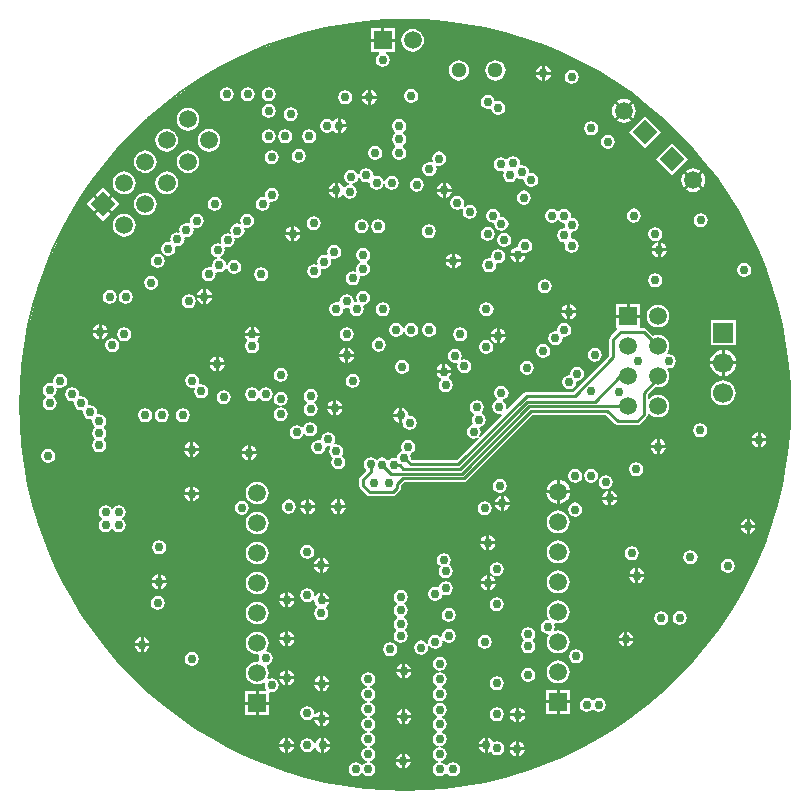
<source format=gbr>
%FSDAX24Y24*%
%MOIN*%
%SFA1B1*%

%IPPOS*%
%AMD36*
4,1,4,-0.041700,0.000000,0.000000,-0.041700,0.041700,0.000000,0.000000,0.041700,-0.041700,0.000000,0.0*
%
%AMD42*
4,1,4,0.000000,-0.041700,0.041700,0.000000,0.000000,0.041700,-0.041700,0.000000,0.000000,-0.041700,0.0*
%
%ADD27C,0.010000*%
%ADD29C,0.020000*%
%ADD35C,0.059100*%
G04~CAMADD=36~10~0.0~590.4~0.0~0.0~0.0~0.0~0~0.0~0.0~0.0~0.0~0~0.0~0.0~0.0~0.0~0~0.0~0.0~0.0~135.0~590.4~0.0*
%ADD36D36*%
%ADD37C,0.051200*%
%ADD38R,0.059100X0.059100*%
%ADD39R,0.059100X0.059100*%
%ADD40R,0.066900X0.066900*%
%ADD41C,0.066900*%
G04~CAMADD=42~10~0.0~590.4~0.0~0.0~0.0~0.0~0~0.0~0.0~0.0~0.0~0~0.0~0.0~0.0~0.0~0~0.0~0.0~0.0~225.0~590.4~0.0*
%ADD42D42*%
%ADD43C,0.030000*%
%ADD45C,0.040000*%
%ADD70C,0.005000*%
%ADD71C,0.080000*%
%ADD72C,0.160000*%
%ADD73C,0.320000*%
%ADD74C,0.640000*%
%LNde-020717_copper_signal_2-1*%
%LPD*%
G54D70*
X013771Y025919D02*
X014441Y025866D01*
X015108Y025778*
X015768Y025655*
X016422Y025498*
X017066Y025308*
X017700Y025083*
X018320Y024827*
X018927Y024537*
X019518Y024216*
X020091Y023866*
X020645Y023484*
X021178Y023075*
X021689Y022639*
X022176Y022176*
X022639Y021689*
X023075Y021178*
X023484Y020645*
X023866Y020091*
X024216Y019518*
X024537Y018927*
X024827Y018320*
X025083Y017700*
X025308Y017066*
X025498Y016422*
X025655Y015768*
X025778Y015108*
X025866Y014441*
X025919Y013771*
X025936Y013100*
X025919Y012428*
X025866Y011758*
X025778Y011091*
X025655Y010431*
X025498Y009777*
X025308Y009133*
X025083Y008499*
X024827Y007879*
X024537Y007272*
X024216Y006681*
X023866Y006108*
X023484Y005554*
X023075Y005021*
X022639Y004510*
X022176Y004023*
X021689Y003560*
X021178Y003124*
X020645Y002715*
X020091Y002333*
X019518Y001983*
X018927Y001662*
X018320Y001372*
X017700Y001116*
X017066Y000891*
X016422Y000701*
X015768Y000544*
X015108Y000421*
X014441Y000333*
X013771Y000280*
X013100Y000263*
X012428Y000280*
X011758Y000333*
X011091Y000421*
X010431Y000544*
X009777Y000701*
X009133Y000891*
X008499Y001116*
X007879Y001372*
X007272Y001662*
X006681Y001983*
X006108Y002333*
X005554Y002715*
X005021Y003124*
X004510Y003560*
X004023Y004023*
X003560Y004510*
X003124Y005021*
X002715Y005554*
X002333Y006108*
X001983Y006681*
X001662Y007272*
X001372Y007879*
X001116Y008499*
X000891Y009133*
X000701Y009777*
X000544Y010431*
X000421Y011091*
X000333Y011758*
X000280Y012428*
X000263Y013100*
X000280Y013771*
X000333Y014441*
X000421Y015108*
X000544Y015768*
X000701Y016422*
X000891Y017066*
X001116Y017700*
X001372Y018320*
X001662Y018927*
X001983Y019518*
X002333Y020091*
X002715Y020645*
X003124Y021178*
X003560Y021689*
X004023Y022176*
X004510Y022639*
X005021Y023075*
X005554Y023484*
X006108Y023866*
X006681Y024216*
X007272Y024537*
X007879Y024827*
X008499Y025083*
X009133Y025308*
X009777Y025498*
X010431Y025655*
X011091Y025778*
X011758Y025866*
X012428Y025919*
X013100Y025936*
X013771Y025919*
G54D27*
X013769Y025869D02*
X014436Y025816D01*
X015100Y025728*
X015758Y025606*
X016409Y025450*
X017050Y025260*
X017682Y025036*
X018300Y024781*
X018904Y024493*
X019493Y024173*
X020064Y023824*
X020615Y023444*
X021146Y023036*
X021655Y022602*
X022140Y022140*
X022602Y021655*
X023036Y021146*
X023444Y020615*
X023824Y020064*
X024173Y019493*
X024493Y018904*
X024781Y018300*
X025036Y017682*
X025260Y017050*
X025450Y016409*
X025606Y015758*
X025728Y015100*
X025816Y014436*
X025869Y013769*
X025886Y013099*
X025869Y012430*
X025816Y011763*
X025728Y011099*
X025606Y010441*
X025450Y009790*
X025260Y009149*
X025036Y008517*
X024781Y007899*
X024493Y007295*
X024173Y006706*
X023824Y006135*
X023444Y005584*
X023036Y005053*
X022602Y004544*
X022140Y004059*
X021655Y003597*
X021146Y003163*
X020615Y002755*
X020064Y002375*
X019493Y002026*
X018904Y001706*
X018300Y001418*
X017682Y001163*
X017050Y000939*
X016409Y000749*
X015758Y000593*
X015100Y000471*
X014436Y000383*
X013769Y000330*
X013099Y000313*
X012430Y000330*
X011763Y000383*
X011099Y000471*
X010441Y000593*
X009790Y000749*
X009149Y000939*
X008517Y001163*
X007899Y001418*
X007295Y001706*
X006706Y002026*
X006135Y002375*
X005584Y002755*
X005053Y003163*
X004544Y003597*
X004059Y004059*
X003597Y004544*
X003163Y005053*
X002755Y005584*
X002375Y006135*
X002026Y006706*
X001706Y007295*
X001418Y007899*
X001163Y008517*
X000939Y009149*
X000749Y009790*
X000593Y010441*
X000471Y011099*
X000383Y011763*
X000330Y012430*
X000313Y013099*
X000330Y013769*
X000383Y014436*
X000471Y015100*
X000593Y015758*
X000749Y016409*
X000939Y017050*
X001163Y017682*
X001418Y018300*
X001706Y018904*
X002026Y019493*
X002375Y020064*
X002755Y020615*
X003163Y021146*
X003597Y021655*
X004059Y022140*
X004544Y022602*
X005053Y023036*
X005584Y023444*
X006135Y023824*
X006706Y024173*
X007295Y024493*
X007899Y024781*
X008517Y025036*
X009149Y025260*
X009790Y025450*
X010441Y025606*
X011099Y025728*
X011763Y025816*
X012430Y025869*
X013099Y025886*
X013769Y025869*
G54D29*
X013763Y025769D02*
X014425Y025716D01*
X015084Y025630*
X015737Y025508*
X016383Y025353*
X017019Y025165*
X017646Y024943*
X018259Y024690*
X018859Y024404*
X019443Y024086*
X020009Y023740*
X020557Y023363*
X021083Y022958*
X021588Y022527*
X022070Y022070*
X022527Y021588*
X022958Y021083*
X023363Y020557*
X023740Y020009*
X024086Y019443*
X024404Y018859*
X024690Y018259*
X024943Y017646*
X025165Y017019*
X025353Y016383*
X025508Y015737*
X025630Y015084*
X025716Y014425*
X025769Y013763*
X025786Y013099*
X025769Y012436*
X025716Y011774*
X025630Y011115*
X025508Y010462*
X025353Y009816*
X025165Y009180*
X024943Y008553*
X024690Y007940*
X024404Y007340*
X024086Y006756*
X023740Y006190*
X023363Y005642*
X022958Y005116*
X022527Y004611*
X022070Y004129*
X021588Y003672*
X021083Y003241*
X020557Y002836*
X020009Y002459*
X019443Y002113*
X018859Y001795*
X018259Y001509*
X017646Y001256*
X017019Y001034*
X016383Y000846*
X015737Y000691*
X015084Y000569*
X014425Y000483*
X013763Y000430*
X013099Y000413*
X012436Y000430*
X011774Y000483*
X011115Y000569*
X010462Y000691*
X009816Y000846*
X009180Y001034*
X008553Y001256*
X007940Y001509*
X007340Y001795*
X006756Y002113*
X006190Y002459*
X005642Y002836*
X005116Y003241*
X004611Y003672*
X004129Y004129*
X003672Y004611*
X003241Y005116*
X002836Y005642*
X002459Y006190*
X002113Y006756*
X001795Y007340*
X001509Y007940*
X001256Y008553*
X001034Y009180*
X000846Y009816*
X000691Y010462*
X000569Y011115*
X000483Y011774*
X000430Y012436*
X000413Y013099*
X000430Y013763*
X000483Y014425*
X000569Y015084*
X000691Y015737*
X000846Y016383*
X001034Y017019*
X001256Y017646*
X001509Y018259*
X001795Y018859*
X002113Y019443*
X002459Y020009*
X002836Y020557*
X003241Y021083*
X003672Y021588*
X004129Y022070*
X004611Y022527*
X005116Y022958*
X005642Y023363*
X006190Y023740*
X006756Y024086*
X007340Y024404*
X007940Y024690*
X008553Y024943*
X009180Y025165*
X009816Y025353*
X010462Y025508*
X011115Y025630*
X011774Y025716*
X012436Y025769*
X013099Y025786*
X013763Y025769*
G54D45*
X013753Y025569D02*
X014404Y025517D01*
X015053Y025432*
X015695Y025313*
X016331Y025160*
X016958Y024975*
X017574Y024756*
X018178Y024507*
X018768Y024225*
X019343Y023913*
X019900Y023572*
X020439Y023201*
X020957Y022803*
X021454Y022379*
X021928Y021928*
X022379Y021454*
X022803Y020957*
X023201Y020439*
X023572Y019900*
X023913Y019343*
X024225Y018768*
X024507Y018178*
X024756Y017574*
X024975Y016958*
X025160Y016331*
X025313Y015695*
X025432Y015053*
X025517Y014404*
X025569Y013753*
X025586Y013099*
X025569Y012446*
X025517Y011795*
X025432Y011146*
X025313Y010504*
X025160Y009867*
X024975Y009241*
X024756Y008625*
X024507Y008021*
X024225Y007431*
X023913Y006856*
X023572Y006299*
X023201Y005760*
X022803Y005242*
X022379Y004745*
X021928Y004271*
X021454Y003820*
X020957Y003396*
X020439Y002998*
X019900Y002627*
X019343Y002286*
X018768Y001974*
X018178Y001692*
X017574Y001443*
X016958Y001224*
X016331Y001039*
X015695Y000886*
X015053Y000767*
X014404Y000682*
X013753Y000630*
X013099Y000613*
X012446Y000630*
X011795Y000682*
X011146Y000767*
X010504Y000886*
X009867Y001039*
X009241Y001224*
X008625Y001443*
X008021Y001692*
X007431Y001974*
X006856Y002286*
X006299Y002627*
X005760Y002998*
X005242Y003396*
X004745Y003820*
X004271Y004271*
X003820Y004745*
X003396Y005242*
X002998Y005760*
X002627Y006299*
X002286Y006856*
X001974Y007431*
X001692Y008021*
X001443Y008625*
X001224Y009241*
X001039Y009867*
X000886Y010504*
X000767Y011146*
X000682Y011795*
X000630Y012446*
X000613Y013099*
X000630Y013753*
X000682Y014404*
X000767Y015053*
X000886Y015695*
X001039Y016331*
X001224Y016958*
X001443Y017574*
X001692Y018178*
X001974Y018768*
X002286Y019343*
X002627Y019900*
X002998Y020439*
X003396Y020957*
X003820Y021454*
X004271Y021928*
X004745Y022379*
X005242Y022803*
X005760Y023201*
X006299Y023572*
X006856Y023913*
X007431Y024225*
X008021Y024507*
X008625Y024756*
X009241Y024975*
X009867Y025160*
X010504Y025313*
X011146Y025432*
X011795Y025517*
X012446Y025569*
X013099Y025586*
X013753Y025569*
G54D71*
X013732Y025169D02*
X014362Y025119D01*
X014990Y025037*
X015612Y024921*
X016228Y024774*
X016834Y024594*
X017431Y024383*
X018015Y024141*
X018586Y023869*
X019143Y023566*
X019682Y023236*
X020203Y022877*
X020706Y022492*
X021187Y022082*
X021645Y021645*
X022082Y021187*
X022492Y020706*
X022877Y020203*
X023236Y019682*
X023566Y019143*
X023869Y018586*
X024141Y018015*
X024383Y017431*
X024594Y016834*
X024774Y016228*
X024921Y015612*
X025037Y014990*
X025119Y014362*
X025169Y013732*
X025186Y013099*
X025169Y012467*
X025119Y011837*
X025037Y011209*
X024921Y010587*
X024774Y009971*
X024594Y009365*
X024383Y008768*
X024141Y008183*
X023869Y007613*
X023566Y007056*
X023236Y006517*
X022877Y005995*
X022492Y005493*
X022082Y005012*
X021645Y004554*
X021187Y004117*
X020706Y003707*
X020203Y003321*
X019682Y002963*
X019143Y002633*
X018586Y002330*
X018015Y002058*
X017431Y001816*
X016834Y001605*
X016228Y001425*
X015612Y001278*
X014990Y001162*
X014362Y001079*
X013732Y001030*
X013099Y001013*
X012467Y001030*
X011837Y001079*
X011209Y001162*
X010587Y001278*
X009971Y001425*
X009365Y001605*
X008768Y001816*
X008183Y002058*
X007613Y002330*
X007056Y002633*
X006517Y002963*
X005995Y003321*
X005493Y003707*
X005012Y004117*
X004554Y004554*
X004117Y005012*
X003707Y005493*
X003321Y005995*
X002963Y006517*
X002633Y007056*
X002330Y007613*
X002058Y008183*
X001816Y008768*
X001605Y009365*
X001425Y009971*
X001278Y010587*
X001162Y011209*
X001079Y011837*
X001030Y012467*
X001013Y013099*
X001030Y013732*
X001079Y014362*
X001162Y014990*
X001278Y015612*
X001425Y016228*
X001605Y016834*
X001816Y017431*
X002058Y018015*
X002330Y018586*
X002633Y019143*
X002963Y019682*
X003321Y020203*
X003707Y020706*
X004117Y021187*
X004554Y021645*
X005012Y022082*
X005493Y022492*
X005995Y022877*
X006517Y023236*
X007056Y023566*
X007613Y023869*
X008183Y024141*
X008768Y024383*
X009365Y024594*
X009971Y024774*
X010587Y024921*
X011209Y025037*
X011837Y025119*
X012467Y025169*
X013099Y025186*
X013732Y025169*
G54D72*
X013689Y024370D02*
X014279Y024324D01*
X014865Y024246*
X015446Y024138*
X016021Y024001*
X016587Y023833*
X017144Y023635*
X017690Y023410*
X018223Y023156*
X018743Y022873*
X019247Y022565*
X019733Y022230*
X020202Y021870*
X020651Y021487*
X021079Y021079*
X021487Y020651*
X021870Y020202*
X022230Y019733*
X022565Y019247*
X022873Y018743*
X023156Y018223*
X023410Y017690*
X023635Y017144*
X023833Y016587*
X024001Y016021*
X024138Y015446*
X024246Y014865*
X024324Y014279*
X024370Y013689*
X024386Y013099*
X024370Y012510*
X024324Y011920*
X024246Y011334*
X024138Y010753*
X024001Y010178*
X023833Y009612*
X023635Y009055*
X023410Y008509*
X023156Y007976*
X022873Y007456*
X022565Y006952*
X022230Y006466*
X021870Y005997*
X021487Y005548*
X021079Y005120*
X020651Y004712*
X020202Y004329*
X019733Y003969*
X019247Y003634*
X018743Y003326*
X018223Y003043*
X017690Y002789*
X017144Y002564*
X016587Y002366*
X016021Y002198*
X015446Y002061*
X014865Y001953*
X014279Y001875*
X013689Y001829*
X013099Y001813*
X012510Y001829*
X011920Y001875*
X011334Y001953*
X010753Y002061*
X010178Y002198*
X009612Y002366*
X009055Y002564*
X008509Y002789*
X007976Y003043*
X007456Y003326*
X006952Y003634*
X006466Y003969*
X005997Y004329*
X005548Y004712*
X005120Y005120*
X004712Y005548*
X004329Y005997*
X003969Y006466*
X003634Y006952*
X003326Y007456*
X003043Y007976*
X002789Y008509*
X002564Y009055*
X002366Y009612*
X002198Y010178*
X002061Y010753*
X001953Y011334*
X001875Y011920*
X001829Y012510*
X001813Y013099*
X001829Y013689*
X001875Y014279*
X001953Y014865*
X002061Y015446*
X002198Y016021*
X002366Y016587*
X002564Y017144*
X002789Y017690*
X003043Y018223*
X003326Y018743*
X003634Y019247*
X003969Y019733*
X004329Y020202*
X004712Y020651*
X005120Y021079*
X005548Y021487*
X005997Y021870*
X006466Y022230*
X006952Y022565*
X007456Y022873*
X007976Y023156*
X008509Y023410*
X009055Y023635*
X009612Y023833*
X010178Y024001*
X010753Y024138*
X011334Y024246*
X011920Y024324*
X012510Y024370*
X013099Y024386*
X013689Y024370*
G54D73*
X013605Y022772D02*
X014111Y022732D01*
X014614Y022666*
X015113Y022573*
X015607Y022454*
X016092Y022311*
X016571Y022141*
X017040Y021947*
X017496Y021730*
X017943Y021487*
X018375Y021223*
X018791Y020936*
X019195Y020626*
X019579Y020298*
X019948Y019948*
X020298Y019579*
X020626Y019195*
X020936Y018791*
X021223Y018375*
X021487Y017943*
X021730Y017496*
X021947Y017040*
X022141Y016571*
X022311Y016092*
X022454Y015607*
X022573Y015113*
X022666Y014614*
X022732Y014111*
X022772Y013605*
X022785Y013099*
X022772Y012594*
X022732Y012088*
X022666Y011585*
X022573Y011086*
X022454Y010592*
X022311Y010107*
X022141Y009628*
X021947Y009159*
X021730Y008703*
X021487Y008256*
X021223Y007824*
X020936Y007408*
X020626Y007004*
X020298Y006619*
X019948Y006251*
X019579Y005901*
X019195Y005573*
X018791Y005263*
X018375Y004976*
X017943Y004712*
X017496Y004469*
X017040Y004252*
X016571Y004058*
X016092Y003888*
X015607Y003745*
X015113Y003626*
X014614Y003533*
X014111Y003467*
X013605Y003427*
X013099Y003414*
X012594Y003427*
X012088Y003467*
X011585Y003533*
X011086Y003626*
X010592Y003745*
X010107Y003888*
X009628Y004058*
X009159Y004252*
X008703Y004469*
X008256Y004712*
X007824Y004976*
X007408Y005263*
X007004Y005573*
X006619Y005901*
X006251Y006251*
X005901Y006619*
X005573Y007004*
X005263Y007408*
X004976Y007824*
X004712Y008256*
X004469Y008703*
X004252Y009159*
X004058Y009628*
X003888Y010107*
X003745Y010592*
X003626Y011086*
X003533Y011585*
X003467Y012088*
X003427Y012594*
X003414Y013099*
X003427Y013605*
X003467Y014111*
X003533Y014614*
X003626Y015113*
X003745Y015607*
X003888Y016092*
X004058Y016571*
X004252Y017040*
X004469Y017496*
X004712Y017943*
X004976Y018375*
X005263Y018791*
X005573Y019195*
X005901Y019579*
X006251Y019948*
X006619Y020298*
X007004Y020626*
X007408Y020936*
X007824Y021223*
X008256Y021487*
X008703Y021730*
X009159Y021947*
X009628Y022141*
X010107Y022311*
X010592Y022454*
X011086Y022573*
X011585Y022666*
X012088Y022732*
X012594Y022772*
X013099Y022785*
X013605Y022772*
G54D74*
X013436Y019575D02*
X013776Y019548D01*
X014112Y019504*
X014447Y019442*
X014779Y019362*
X015102Y019267*
X015425Y019152*
X015739Y019022*
X016041Y018878*
X016343Y018714*
X016632Y018538*
X016908Y018347*
X017180Y018138*
X017437Y017920*
X017684Y017684*
X017920Y017437*
X018138Y017180*
X018347Y016908*
X018538Y016632*
X018714Y016343*
X018878Y016041*
X019022Y015739*
X019152Y015425*
X019267Y015102*
X019362Y014779*
X019442Y014447*
X019504Y014112*
X019548Y013776*
X019575Y013436*
X019584Y013099*
X019575Y012763*
X019548Y012423*
X019504Y012087*
X019442Y011752*
X019362Y011420*
X019267Y011097*
X019152Y010774*
X019022Y010460*
X018878Y010158*
X018714Y009856*
X018538Y009567*
X018347Y009290*
X018138Y009019*
X017920Y008762*
X017684Y008515*
X017437Y008279*
X017180Y008061*
X016908Y007852*
X016632Y007661*
X016343Y007484*
X016041Y007321*
X015739Y007177*
X015425Y007047*
X015102Y006932*
X014779Y006837*
X014447Y006757*
X014112Y006695*
X013776Y006651*
X013436Y006624*
X013099Y006615*
X012763Y006624*
X012423Y006651*
X012087Y006695*
X011752Y006757*
X011420Y006837*
X011097Y006932*
X010774Y007047*
X010460Y007177*
X010158Y007321*
X009856Y007484*
X009567Y007661*
X009290Y007852*
X009019Y008061*
X008762Y008279*
X008515Y008515*
X008279Y008762*
X008061Y009019*
X007852Y009290*
X007661Y009567*
X007484Y009856*
X007321Y010158*
X007177Y010460*
X007047Y010774*
X006932Y011097*
X006837Y011420*
X006757Y011752*
X006695Y012087*
X006651Y012423*
X006624Y012763*
X006615Y013099*
X006624Y013436*
X006651Y013776*
X006695Y014112*
X006757Y014447*
X006837Y014779*
X006932Y015102*
X007047Y015425*
X007177Y015739*
X007321Y016041*
X007484Y016343*
X007661Y016632*
X007852Y016908*
X008061Y017180*
X008279Y017437*
X008515Y017684*
X008762Y017920*
X009019Y018138*
X009290Y018347*
X009567Y018538*
X009856Y018714*
X010158Y018878*
X010460Y019022*
X010774Y019152*
X011097Y019267*
X011420Y019362*
X011752Y019442*
X012087Y019504*
X012423Y019548*
X012763Y019575*
X013099Y019584*
X013436Y019575*
X013267Y016379D02*
X013441Y016365D01*
X013611Y016342*
X013782Y016311*
X013951Y016270*
X014113Y016222*
X014279Y016163*
X014439Y016097*
X014587Y016027*
X014742Y015942*
X014889Y015853*
X015026Y015758*
X015166Y015651*
X015294Y015541*
X015421Y015421*
X015541Y015294*
X015651Y015166*
X015758Y015026*
X015853Y014889*
X015942Y014742*
X016027Y014587*
X016097Y014439*
X016163Y014279*
X016222Y014113*
X016270Y013951*
X016311Y013782*
X016342Y013611*
X016365Y013441*
X016379Y013267*
X016383Y013099*
X016379Y012932*
X016365Y012758*
X016342Y012588*
X016311Y012417*
X016270Y012247*
X016222Y012086*
X016163Y011920*
X016097Y011760*
X016027Y011612*
X015942Y011457*
X015853Y011310*
X015758Y011173*
X015651Y011033*
X015541Y010905*
X015421Y010778*
X015294Y010658*
X015166Y010548*
X015026Y010441*
X014889Y010346*
X014742Y010257*
X014587Y010172*
X014439Y010102*
X014279Y010036*
X014113Y009977*
X013951Y009929*
X013782Y009888*
X013611Y009856*
X013441Y009834*
X013267Y009820*
X013099Y009816*
X012932Y009820*
X012758Y009834*
X012588Y009856*
X012417Y009888*
X012247Y009929*
X012086Y009977*
X011920Y010036*
X011760Y010102*
X011612Y010172*
X011457Y010257*
X011310Y010346*
X011173Y010441*
X011033Y010548*
X010905Y010658*
X010778Y010778*
X010658Y010905*
X010548Y011033*
X010441Y011173*
X010346Y011310*
X010257Y011457*
X010172Y011612*
X010102Y011760*
X010036Y011920*
X009977Y012086*
X009929Y012247*
X009888Y012417*
X009856Y012588*
X009834Y012758*
X009820Y012932*
X009816Y013099*
X009820Y013267*
X009834Y013441*
X009856Y013611*
X009888Y013782*
X009929Y013951*
X009977Y014113*
X010036Y014279*
X010102Y014439*
X010172Y014587*
X010257Y014742*
X010346Y014889*
X010441Y015026*
X010548Y015166*
X010658Y015294*
X010778Y015421*
X010905Y015541*
X011033Y015651*
X011173Y015758*
X011310Y015853*
X011457Y015942*
X011612Y016027*
X011760Y016097*
X011920Y016163*
X012086Y016222*
X012247Y016270*
X012417Y016311*
X012588Y016342*
X012758Y016365*
X012932Y016379*
X013099Y016383*
X013267Y016379*
X013098Y013182D02*
X013105Y013181D01*
X013109Y013181*
X013116Y013180*
X013124Y013178*
X013123Y013178*
X013133Y013175*
X013138Y013172*
X013133Y013175*
X013142Y013170*
X013146Y013168*
X013143Y013170*
X013151Y013163*
X013151Y013163*
X013157Y013157*
X013163Y013151*
X013163Y013151*
X013170Y013143*
X013168Y013146*
X013170Y013142*
X013175Y013133*
X013172Y013138*
X013175Y013133*
X013178Y013123*
X013178Y013124*
X013180Y013116*
X013181Y013109*
X013181Y013105*
X013182Y013098*
X013182Y013099*
X013182Y013101*
X013181Y013094*
X013181Y013090*
X013180Y013083*
X013178Y013075*
X013178Y013075*
X013175Y013066*
X013172Y013061*
X013175Y013066*
X013170Y013057*
X013168Y013053*
X013170Y013056*
X013163Y013047*
X013163Y013048*
X013157Y013042*
X013151Y013036*
X013151Y013036*
X013143Y013029*
X013146Y013031*
X013142Y013029*
X013133Y013024*
X013138Y013027*
X013133Y013024*
X013123Y013021*
X013124Y013021*
X013116Y013019*
X013109Y013018*
X013105Y013018*
X013098Y013017*
X013099Y013017*
X013101Y013017*
X013094Y013018*
X013090Y013018*
X013083Y013019*
X013075Y013021*
X013075Y013021*
X013066Y013024*
X013061Y013027*
X013066Y013024*
X013057Y013029*
X013053Y013031*
X013056Y013029*
X013047Y013036*
X013048Y013036*
X013042Y013042*
X013036Y013048*
X013036Y013047*
X013029Y013056*
X013031Y013053*
X013029Y013057*
X013024Y013066*
X013027Y013061*
X013024Y013066*
X013021Y013075*
X013021Y013075*
X013019Y013083*
X013018Y013090*
X013018Y013094*
X013017Y013101*
X013017Y013099*
X013017Y013098*
X013018Y013105*
X013018Y013109*
X013019Y013116*
X013021Y013124*
X013021Y013123*
X013024Y013133*
X013027Y013138*
X013024Y013133*
X013029Y013142*
X013031Y013146*
X013029Y013143*
X013036Y013151*
X013036Y013151*
X013042Y013157*
X013048Y013163*
X013047Y013163*
X013056Y013170*
X013053Y013168*
X013057Y013170*
X013066Y013175*
X013061Y013172*
X013066Y013175*
X013075Y013178*
X013075Y013178*
X013083Y013180*
X013090Y013181*
X013094Y013181*
X013101Y013182*
X013099Y013182*
X013098Y013182*
%LNde-020717_copper_signal_2-2*%
%LPC*%
G36*
X012745Y025645D02*
X012400D01*
Y025300*
X012745*
Y025645*
G37*
G36*
X012300D02*
X011955D01*
Y025300*
X012300*
Y025645*
G37*
G36*
X013350Y025629D02*
X013252Y025616D01*
X013161Y025578*
X013082Y025518*
X013022Y025439*
X012984Y025348*
X012971Y025250*
X012984Y025152*
X013022Y025061*
X013082Y024982*
X013161Y024922*
X013252Y024884*
X013350Y024871*
X013448Y024884*
X013539Y024922*
X013618Y024982*
X013678Y025061*
X013716Y025152*
X013729Y025250*
X013716Y025348*
X013678Y025439*
X013618Y025518*
X013539Y025578*
X013448Y025616*
X013350Y025629*
G37*
G36*
X012745Y025200D02*
X011955D01*
Y024855*
X012227*
X012242Y024805*
X012184Y024766*
X012133Y024690*
X012115Y024600*
X012133Y024510*
X012184Y024434*
X012260Y024383*
X012350Y024365*
X012440Y024383*
X012516Y024434*
X012567Y024510*
X012585Y024600*
X012567Y024690*
X012516Y024766*
X012458Y024805*
X012473Y024855*
X012745*
Y025200*
G37*
G36*
X017760Y024395D02*
Y024200D01*
X017955*
X017945Y024248*
X017890Y024330*
X017808Y024385*
X017760Y024395*
G37*
G36*
X017660D02*
X017612Y024385D01*
X017530Y024330*
X017474Y024248*
X017465Y024200*
X017660*
Y024395*
G37*
G36*
X016110Y024589D02*
X016023Y024577D01*
X015941Y024543*
X015871Y024490*
X015817Y024419*
X015783Y024338*
X015771Y024250*
X015783Y024162*
X015817Y024081*
X015871Y024010*
X015941Y023957*
X016023Y023923*
X016110Y023911*
X016198Y023923*
X016280Y023957*
X016350Y024010*
X016404Y024081*
X016437Y024162*
X016449Y024250*
X016437Y024338*
X016404Y024419*
X016350Y024490*
X016280Y024543*
X016198Y024577*
X016110Y024589*
G37*
G36*
X014890D02*
X014802Y024577D01*
X014720Y024543*
X014650Y024490*
X014596Y024419*
X014563Y024338*
X014551Y024250*
X014563Y024162*
X014596Y024081*
X014650Y024010*
X014720Y023957*
X014802Y023923*
X014890Y023911*
X014977Y023923*
X015059Y023957*
X015129Y024010*
X015183Y024081*
X015217Y024162*
X015229Y024250*
X015217Y024338*
X015183Y024419*
X015129Y024490*
X015059Y024543*
X014977Y024577*
X014890Y024589*
G37*
G36*
X017955Y024100D02*
X017760D01*
Y023905*
X017808Y023914*
X017890Y023970*
X017945Y024052*
X017955Y024100*
G37*
G36*
X017660D02*
X017465D01*
X017474Y024052*
X017530Y023970*
X017612Y023914*
X017660Y023905*
Y024100*
G37*
G36*
X018650Y024265D02*
X018560Y024247D01*
X018484Y024196*
X018433Y024120*
X018415Y024030*
X018433Y023940*
X018484Y023864*
X018560Y023813*
X018650Y023795*
X018740Y023813*
X018816Y023864*
X018867Y023940*
X018885Y024030*
X018867Y024120*
X018816Y024196*
X018740Y024247*
X018650Y024265*
G37*
G36*
X011950Y023595D02*
Y023400D01*
X012145*
X012135Y023448*
X012080Y023530*
X011998Y023586*
X011950Y023595*
G37*
G36*
X011850D02*
X011802Y023586D01*
X011720Y023530*
X011665Y023448*
X011655Y023400*
X011850*
Y023595*
G37*
G36*
X008550Y023685D02*
X008460Y023667D01*
X008384Y023616*
X008333Y023540*
X008315Y023450*
X008333Y023360*
X008384Y023284*
X008460Y023233*
X008550Y023215*
X008640Y023233*
X008716Y023284*
X008767Y023360*
X008785Y023450*
X008767Y023540*
X008716Y023616*
X008640Y023667*
X008550Y023685*
G37*
G36*
X007850D02*
X007760Y023667D01*
X007684Y023616*
X007633Y023540*
X007615Y023450*
X007633Y023360*
X007684Y023284*
X007760Y023233*
X007850Y023215*
X007940Y023233*
X008016Y023284*
X008067Y023360*
X008085Y023450*
X008067Y023540*
X008016Y023616*
X007940Y023667*
X007850Y023685*
G37*
G36*
X007150D02*
X007060Y023667D01*
X006984Y023616*
X006933Y023540*
X006915Y023450*
X006933Y023360*
X006984Y023284*
X007060Y023233*
X007150Y023215*
X007240Y023233*
X007316Y023284*
X007367Y023360*
X007385Y023450*
X007367Y023540*
X007316Y023616*
X007240Y023667*
X007150Y023685*
G37*
G36*
X013300Y023635D02*
X013210Y023617D01*
X013134Y023566*
X013083Y023490*
X013065Y023400*
X013083Y023310*
X013134Y023234*
X013210Y023183*
X013300Y023165*
X013390Y023183*
X013466Y023234*
X013517Y023310*
X013535Y023400*
X013517Y023490*
X013466Y023566*
X013390Y023617*
X013300Y023635*
G37*
G36*
X011100Y023585D02*
X011010Y023567D01*
X010934Y023516*
X010883Y023440*
X010865Y023350*
X010883Y023260*
X010934Y023184*
X011010Y023133*
X011100Y023115*
X011190Y023133*
X011266Y023184*
X011317Y023260*
X011335Y023350*
X011317Y023440*
X011266Y023516*
X011190Y023567*
X011100Y023585*
G37*
G36*
X012145Y023300D02*
X011950D01*
Y023105*
X011998Y023115*
X012080Y023170*
X012135Y023252*
X012145Y023300*
G37*
G36*
X011850D02*
X011655D01*
X011665Y023252*
X011720Y023170*
X011802Y023115*
X011850Y023105*
Y023300*
G37*
G36*
X020393Y023306D02*
X020290Y023292D01*
X020194Y023252*
X020151Y023220*
X020393Y022978*
X020635Y023220*
X020592Y023252*
X020496Y023292*
X020393Y023306*
G37*
G36*
X015850Y023435D02*
X015760Y023417D01*
X015684Y023366*
X015633Y023290*
X015615Y023200*
X015633Y023110*
X015684Y023034*
X015760Y022983*
X015850Y022965*
X015922Y022980*
X015940Y022983*
X015976Y022947*
X015983Y022910*
X016034Y022834*
X016110Y022783*
X016200Y022765*
X016290Y022783*
X016366Y022834*
X016417Y022910*
X016435Y023000*
X016417Y023090*
X016366Y023166*
X016290Y023217*
X016200Y023235*
X016128Y023220*
X016110Y023217*
X016074Y023253*
X016067Y023290*
X016016Y023366*
X015940Y023417*
X015850Y023435*
G37*
G36*
X008550Y023135D02*
X008460Y023117D01*
X008384Y023066*
X008333Y022990*
X008315Y022900*
X008333Y022810*
X008384Y022734*
X008460Y022683*
X008550Y022665*
X008640Y022683*
X008716Y022734*
X008767Y022810*
X008785Y022900*
X008767Y022990*
X008716Y023066*
X008640Y023117*
X008550Y023135*
G37*
G36*
X020706Y023149D02*
X020464Y022907D01*
X020706Y022665*
X020738Y022708*
X020778Y022804*
X020792Y022907*
X020778Y023010*
X020738Y023106*
X020706Y023149*
G37*
G36*
X020080D02*
X020048Y023106D01*
X020008Y023010*
X019994Y022907*
X020008Y022804*
X020048Y022708*
X020080Y022665*
X020322Y022907*
X020080Y023149*
G37*
G36*
X010850Y022645D02*
X010802Y022636D01*
X010720Y022580*
X010710Y022566*
X010666*
X010590Y022617*
X010500Y022635*
X010410Y022617*
X010334Y022566*
X010283Y022490*
X010265Y022400*
X010283Y022310*
X010334Y022234*
X010410Y022183*
X010500Y022165*
X010590Y022183*
X010666Y022234*
X010710*
X010720Y022220*
X010802Y022164*
X010850Y022155*
Y022400*
Y022645*
G37*
G36*
X009280Y023025D02*
X009190Y023007D01*
X009114Y022956*
X009063Y022880*
X009045Y022790*
X009063Y022700*
X009114Y022624*
X009190Y022573*
X009280Y022555*
X009370Y022573*
X009446Y022624*
X009497Y022700*
X009515Y022790*
X009497Y022880*
X009446Y022956*
X009370Y023007*
X009280Y023025*
G37*
G36*
X020393Y022836D02*
X020151Y022594D01*
X020194Y022562*
X020290Y022522*
X020393Y022508*
X020496Y022522*
X020592Y022562*
X020635Y022594*
X020393Y022836*
G37*
G36*
X010950Y022645D02*
Y022450D01*
X011145*
X011135Y022498*
X011080Y022580*
X010998Y022636*
X010950Y022645*
G37*
G36*
X005857Y023000D02*
X005759Y022987D01*
X005668Y022949*
X005589Y022889*
X005529Y022811*
X005491Y022719*
X005479Y022621*
X005491Y022523*
X005529Y022432*
X005589Y022354*
X005668Y022294*
X005759Y022256*
X005857Y022243*
X005955Y022256*
X006046Y022294*
X006125Y022354*
X006185Y022432*
X006223Y022523*
X006236Y022621*
X006223Y022719*
X006185Y022811*
X006125Y022889*
X006046Y022949*
X005955Y022987*
X005857Y023000*
G37*
G36*
X011145Y022350D02*
X010950D01*
Y022155*
X010998Y022164*
X011080Y022220*
X011135Y022302*
X011145Y022350*
G37*
G36*
X019300Y022555D02*
X019210Y022537D01*
X019134Y022486*
X019083Y022410*
X019065Y022320*
X019083Y022230*
X019134Y022154*
X019210Y022103*
X019300Y022085*
X019390Y022103*
X019466Y022154*
X019517Y022230*
X019535Y022320*
X019517Y022410*
X019466Y022486*
X019390Y022537*
X019300Y022555*
G37*
G36*
X009900Y022285D02*
X009810Y022267D01*
X009734Y022216*
X009683Y022140*
X009665Y022050*
X009683Y021960*
X009734Y021884*
X009810Y021833*
X009900Y021815*
X009990Y021833*
X010066Y021884*
X010117Y021960*
X010135Y022050*
X010117Y022140*
X010066Y022216*
X009990Y022267*
X009900Y022285*
G37*
G36*
X009100D02*
X009010Y022267D01*
X008934Y022216*
X008883Y022140*
X008865Y022050*
X008883Y021960*
X008934Y021884*
X009010Y021833*
X009100Y021815*
X009190Y021833*
X009266Y021884*
X009317Y021960*
X009335Y022050*
X009317Y022140*
X009266Y022216*
X009190Y022267*
X009100Y022285*
G37*
G36*
X008550D02*
X008460Y022267D01*
X008384Y022216*
X008333Y022140*
X008315Y022050*
X008333Y021960*
X008384Y021884*
X008460Y021833*
X008550Y021815*
X008640Y021833*
X008716Y021884*
X008767Y021960*
X008785Y022050*
X008767Y022140*
X008716Y022216*
X008640Y022267*
X008550Y022285*
G37*
G36*
X021100Y022731D02*
X020569Y022200D01*
X021100Y021669*
X021631Y022200*
X021100Y022731*
G37*
G36*
X019860Y022105D02*
X019770Y022087D01*
X019694Y022036*
X019643Y021960*
X019625Y021870*
X019643Y021780*
X019694Y021704*
X019770Y021653*
X019860Y021635*
X019950Y021653*
X020026Y021704*
X020077Y021780*
X020095Y021870*
X020077Y021960*
X020026Y022036*
X019950Y022087*
X019860Y022105*
G37*
G36*
X005150Y022293D02*
X005052Y022280D01*
X004961Y022242*
X004882Y022182*
X004822Y022103*
X004784Y022012*
X004771Y021914*
X004784Y021816*
X004822Y021725*
X004882Y021647*
X004961Y021586*
X005052Y021549*
X005150Y021536*
X005248Y021549*
X005339Y021586*
X005418Y021647*
X005478Y021725*
X005516Y021816*
X005529Y021914*
X005516Y022012*
X005478Y022103*
X005418Y022182*
X005339Y022242*
X005248Y022280*
X005150Y022293*
G37*
G36*
X006564D02*
X006466Y022280D01*
X006375Y022242*
X006297Y022182*
X006236Y022103*
X006199Y022012*
X006186Y021914*
X006199Y021816*
X006236Y021725*
X006297Y021647*
X006375Y021586*
X006466Y021549*
X006564Y021536*
X006662Y021549*
X006753Y021586*
X006832Y021647*
X006892Y021725*
X006930Y021816*
X006943Y021914*
X006930Y022012*
X006892Y022103*
X006832Y022182*
X006753Y022242*
X006662Y022280*
X006564Y022293*
G37*
G36*
X016700Y021385D02*
X016610Y021367D01*
X016534Y021316*
X016510Y021280*
X016450*
X016446Y021286*
X016370Y021337*
X016280Y021355*
X016190Y021337*
X016114Y021286*
X016063Y021210*
X016045Y021120*
X016063Y021030*
X016114Y020954*
X016190Y020903*
X016280Y020885*
X016365Y020902*
X016378Y020892*
X016399Y020862*
X016383Y020840*
X016365Y020750*
X016383Y020660*
X016434Y020584*
X016510Y020533*
X016600Y020515*
X016690Y020533*
X016766Y020584*
X016807Y020646*
X016817Y020660*
X016868Y020662*
X016910Y020633*
X017000Y020615*
X017042Y020624*
X017065Y020600*
X017083Y020510*
X017134Y020434*
X017210Y020383*
X017300Y020365*
X017390Y020383*
X017466Y020434*
X017517Y020510*
X017535Y020600*
X017517Y020690*
X017466Y020766*
X017390Y020817*
X017300Y020835*
X017258Y020826*
X017235Y020850*
X017217Y020940*
X017166Y021016*
X017090Y021067*
X017000Y021085*
X016962Y021077*
X016927Y021112*
X016935Y021150*
X016917Y021240*
X016866Y021316*
X016790Y021367*
X016700Y021385*
G37*
G36*
X012900Y022635D02*
X012810Y022617D01*
X012734Y022566*
X012683Y022490*
X012665Y022400*
X012683Y022310*
X012734Y022234*
X012778Y022205*
Y022145*
X012734Y022116*
X012683Y022040*
X012665Y021950*
X012683Y021860*
X012734Y021784*
X012778Y021755*
Y021695*
X012734Y021666*
X012683Y021590*
X012665Y021500*
X012683Y021410*
X012734Y021334*
X012810Y021283*
X012900Y021265*
X012990Y021283*
X013066Y021334*
X013117Y021410*
X013135Y021500*
X013117Y021590*
X013066Y021666*
X013022Y021695*
Y021755*
X013066Y021784*
X013117Y021860*
X013135Y021950*
X013117Y022040*
X013066Y022116*
X013022Y022145*
Y022205*
X013066Y022234*
X013117Y022310*
X013135Y022400*
X013117Y022490*
X013066Y022566*
X012990Y022617*
X012900Y022635*
G37*
G36*
X012100Y021735D02*
X012010Y021717D01*
X011934Y021666*
X011883Y021590*
X011865Y021500*
X011883Y021410*
X011934Y021334*
X012010Y021283*
X012100Y021265*
X012190Y021283*
X012266Y021334*
X012317Y021410*
X012335Y021500*
X012317Y021590*
X012266Y021666*
X012190Y021717*
X012100Y021735*
G37*
G36*
X014230Y021545D02*
X014140Y021527D01*
X014064Y021476*
X014013Y021400*
X013995Y021310*
X014013Y021224*
X014003Y021208*
X013980Y021181*
X013910Y021195*
X013820Y021177*
X013744Y021126*
X013693Y021050*
X013675Y020960*
X013693Y020870*
X013744Y020794*
X013820Y020743*
X013910Y020725*
X014000Y020743*
X014076Y020794*
X014127Y020870*
X014145Y020960*
X014127Y021046*
X014137Y021062*
X014160Y021089*
X014230Y021075*
X014320Y021093*
X014396Y021144*
X014447Y021220*
X014465Y021310*
X014447Y021400*
X014396Y021476*
X014320Y021527*
X014230Y021545*
G37*
G36*
X009550Y021635D02*
X009460Y021617D01*
X009384Y021566*
X009333Y021490*
X009315Y021400*
X009333Y021310*
X009384Y021234*
X009460Y021183*
X009550Y021165*
X009640Y021183*
X009716Y021234*
X009767Y021310*
X009785Y021400*
X009767Y021490*
X009716Y021566*
X009640Y021617*
X009550Y021635*
G37*
G36*
X008650Y021585D02*
X008560Y021567D01*
X008484Y021516*
X008433Y021440*
X008415Y021350*
X008433Y021260*
X008484Y021184*
X008560Y021133*
X008650Y021115*
X008740Y021133*
X008816Y021184*
X008867Y021260*
X008885Y021350*
X008867Y021440*
X008816Y021516*
X008740Y021567*
X008650Y021585*
G37*
G36*
X005857Y021586D02*
X005759Y021573D01*
X005668Y021535*
X005589Y021475*
X005529Y021396*
X005491Y021305*
X005479Y021207*
X005491Y021109*
X005529Y021018*
X005589Y020939*
X005668Y020879*
X005759Y020841*
X005857Y020829*
X005955Y020841*
X006046Y020879*
X006125Y020939*
X006185Y021018*
X006223Y021109*
X006236Y021207*
X006223Y021305*
X006185Y021396*
X006125Y021475*
X006046Y021535*
X005955Y021573*
X005857Y021586*
G37*
G36*
X004443D02*
X004345Y021573D01*
X004254Y021535*
X004175Y021475*
X004115Y021396*
X004077Y021305*
X004064Y021207*
X004077Y021109*
X004115Y021018*
X004175Y020939*
X004254Y020879*
X004345Y020841*
X004443Y020829*
X004541Y020841*
X004632Y020879*
X004711Y020939*
X004771Y021018*
X004809Y021109*
X004821Y021207*
X004809Y021305*
X004771Y021396*
X004711Y021475*
X004632Y021535*
X004541Y021573*
X004443Y021586*
G37*
G36*
X011800Y020985D02*
X011710Y020967D01*
X011634Y020916*
X011583Y020840*
X011571Y020775*
X011520*
X011517Y020790*
X011466Y020866*
X011390Y020917*
X011300Y020935*
X011210Y020917*
X011134Y020866*
X011083Y020790*
X011065Y020700*
X011083Y020610*
X011134Y020534*
X011210Y020483*
X011225Y020480*
Y020429*
X011160Y020417*
X011084Y020366*
X011080Y020360*
X011024Y020365*
X010980Y020430*
X010898Y020485*
X010850Y020495*
Y020250*
Y020005*
X010898Y020015*
X010980Y020070*
X010991Y020086*
X011050Y020085*
X011084Y020034*
X011160Y019983*
X011250Y019965*
X011340Y019983*
X011416Y020034*
X011467Y020110*
X011485Y020200*
X011467Y020290*
X011416Y020366*
X011340Y020417*
X011325Y020420*
Y020471*
X011390Y020483*
X011466Y020534*
X011517Y020610*
X011529Y020675*
X011580*
X011583Y020660*
X011634Y020584*
X011710Y020533*
X011800Y020515*
X011870Y020529*
X011909Y020504*
X011917Y020492*
X011933Y020410*
X011984Y020334*
X012060Y020283*
X012150Y020265*
X012240Y020283*
X012316Y020334*
X012367Y020410*
X012375Y020450*
X012425*
X012433Y020410*
X012484Y020334*
X012560Y020283*
X012650Y020265*
X012740Y020283*
X012816Y020334*
X012867Y020410*
X012885Y020500*
X012867Y020590*
X012816Y020666*
X012740Y020717*
X012650Y020735*
X012560Y020717*
X012484Y020666*
X012433Y020590*
X012425Y020550*
X012375*
X012367Y020590*
X012316Y020666*
X012240Y020717*
X012150Y020735*
X012080Y020721*
X012041Y020746*
X012033Y020758*
X012017Y020840*
X011966Y020916*
X011890Y020967*
X011800Y020985*
G37*
G36*
X022000Y021831D02*
X021469Y021300D01*
X022000Y020769*
X022531Y021300*
X022000Y021831*
G37*
G36*
X022707Y020992D02*
X022604Y020978D01*
X022508Y020938*
X022465Y020906*
X022707Y020664*
X022949Y020906*
X022906Y020938*
X022810Y020978*
X022707Y020992*
G37*
G36*
X023020Y020835D02*
X022778Y020593D01*
X023020Y020351*
X023052Y020394*
X023092Y020490*
X023106Y020593*
X023092Y020696*
X023052Y020792*
X023020Y020835*
G37*
G36*
X022394D02*
X022362Y020792D01*
X022322Y020696*
X022308Y020593*
X022322Y020490*
X022362Y020394*
X022394Y020351*
X022636Y020593*
X022394Y020835*
G37*
G36*
X014450Y020495D02*
Y020300D01*
X014645*
X014635Y020348*
X014580Y020430*
X014498Y020485*
X014450Y020495*
G37*
G36*
X014350D02*
X014302Y020485D01*
X014220Y020430*
X014165Y020348*
X014155Y020300*
X014350*
Y020495*
G37*
G36*
X010750D02*
X010702Y020485D01*
X010620Y020430*
X010565Y020348*
X010555Y020300*
X010750*
Y020495*
G37*
G36*
X013480Y020675D02*
X013390Y020657D01*
X013314Y020606*
X013263Y020530*
X013245Y020440*
X013263Y020350*
X013314Y020274*
X013390Y020223*
X013480Y020205*
X013570Y020223*
X013646Y020274*
X013697Y020350*
X013715Y020440*
X013697Y020530*
X013646Y020606*
X013570Y020657*
X013480Y020675*
G37*
G36*
X022707Y020522D02*
X022465Y020280D01*
X022508Y020248*
X022604Y020208*
X022707Y020194*
X022810Y020208*
X022906Y020248*
X022949Y020280*
X022707Y020522*
G37*
G36*
X003736Y020879D02*
X003638Y020866D01*
X003547Y020828*
X003468Y020768*
X003408Y020689*
X003370Y020598*
X003357Y020500*
X003370Y020402*
X003408Y020311*
X003468Y020232*
X003547Y020172*
X003638Y020134*
X003736Y020121*
X003834Y020134*
X003925Y020172*
X004003Y020232*
X004064Y020311*
X004101Y020402*
X004114Y020500*
X004101Y020598*
X004064Y020689*
X004003Y020768*
X003925Y020828*
X003834Y020866*
X003736Y020879*
G37*
G36*
X005150D02*
X005052Y020866D01*
X004961Y020828*
X004882Y020768*
X004822Y020689*
X004784Y020598*
X004771Y020500*
X004784Y020402*
X004822Y020311*
X004882Y020232*
X004961Y020172*
X005052Y020134*
X005150Y020121*
X005248Y020134*
X005339Y020172*
X005418Y020232*
X005478Y020311*
X005516Y020402*
X005529Y020500*
X005516Y020598*
X005478Y020689*
X005418Y020768*
X005339Y020828*
X005248Y020866*
X005150Y020879*
G37*
G36*
X008650Y020335D02*
X008560Y020317D01*
X008484Y020266*
X008433Y020190*
X008415Y020100*
X008423Y020062*
X008388Y020027*
X008350Y020035*
X008260Y020017*
X008184Y019966*
X008133Y019890*
X008115Y019800*
X008133Y019710*
X008184Y019634*
X008260Y019583*
X008350Y019565*
X008440Y019583*
X008516Y019634*
X008567Y019710*
X008585Y019800*
X008577Y019838*
X008612Y019873*
X008650Y019865*
X008740Y019883*
X008816Y019934*
X008867Y020010*
X008885Y020100*
X008867Y020190*
X008816Y020266*
X008740Y020317*
X008650Y020335*
G37*
G36*
X014645Y020200D02*
X014450D01*
Y020005*
X014498Y020015*
X014580Y020070*
X014635Y020152*
X014645Y020200*
G37*
G36*
X014350D02*
X014155D01*
X014165Y020152*
X014220Y020070*
X014302Y020015*
X014350Y020005*
Y020200*
G37*
G36*
X010750D02*
X010555D01*
X010565Y020152*
X010620Y020070*
X010702Y020015*
X010750Y020005*
Y020200*
G37*
G36*
X003029Y020352D02*
X002785Y020108D01*
X003029Y019864*
X003273Y020108*
X003029Y020352*
G37*
G36*
X017060Y020245D02*
X016970Y020227D01*
X016894Y020176*
X016843Y020100*
X016825Y020010*
X016843Y019920*
X016894Y019844*
X016970Y019793*
X017060Y019775*
X017150Y019793*
X017226Y019844*
X017277Y019920*
X017295Y020010*
X017277Y020100*
X017226Y020176*
X017150Y020227*
X017060Y020245*
G37*
G36*
X006750Y020035D02*
X006660Y020017D01*
X006584Y019966*
X006533Y019890*
X006515Y019800*
X006533Y019710*
X006584Y019634*
X006660Y019583*
X006750Y019565*
X006840Y019583*
X006916Y019634*
X006967Y019710*
X006985Y019800*
X006967Y019890*
X006916Y019966*
X006840Y020017*
X006750Y020035*
G37*
G36*
X018400Y019635D02*
X018310Y019617D01*
X018234Y019566*
X018225Y019552*
X018175*
X018166Y019566*
X018090Y019617*
X018000Y019635*
X017910Y019617*
X017834Y019566*
X017783Y019490*
X017765Y019400*
X017783Y019310*
X017834Y019234*
X017910Y019183*
X018000Y019165*
X018090Y019183*
X018166Y019234*
X018175Y019248*
X018225*
X018234Y019234*
X018310Y019183*
X018386Y019168*
X018420Y019122*
X018415Y019100*
X018429Y019030*
X018404Y018991*
X018392Y018983*
X018310Y018967*
X018234Y018916*
X018183Y018840*
X018165Y018750*
X018183Y018660*
X018234Y018584*
X018310Y018533*
X018392Y018517*
X018404Y018509*
X018429Y018470*
X018415Y018400*
X018433Y018310*
X018484Y018234*
X018560Y018183*
X018650Y018165*
X018740Y018183*
X018816Y018234*
X018867Y018310*
X018885Y018400*
X018867Y018490*
X018816Y018566*
X018740Y018617*
X018658Y018633*
X018646Y018641*
X018621Y018680*
X018635Y018750*
X018621Y018820*
X018646Y018859*
X018658Y018867*
X018740Y018883*
X018816Y018934*
X018867Y019010*
X018885Y019100*
X018867Y019190*
X018816Y019266*
X018740Y019317*
X018664Y019332*
X018630Y019378*
X018635Y019400*
X018617Y019490*
X018566Y019566*
X018490Y019617*
X018400Y019635*
G37*
G36*
X002714Y020037D02*
X002470Y019793D01*
X002714Y019549*
X002958Y019793*
X002714Y020037*
G37*
G36*
X003344D02*
X003099Y019793D01*
X003344Y019549*
X003588Y019793*
X003344Y020037*
G37*
G36*
X004443Y020171D02*
X004345Y020159D01*
X004254Y020121*
X004175Y020061*
X004115Y019982*
X004077Y019891*
X004064Y019793*
X004077Y019695*
X004115Y019604*
X004175Y019525*
X004254Y019465*
X004345Y019427*
X004443Y019414*
X004541Y019427*
X004632Y019465*
X004711Y019525*
X004771Y019604*
X004809Y019695*
X004821Y019793*
X004809Y019891*
X004771Y019982*
X004711Y020061*
X004632Y020121*
X004541Y020159*
X004443Y020171*
G37*
G36*
X014840Y020065D02*
X014750Y020047D01*
X014674Y019996*
X014623Y019920*
X014605Y019830*
X014623Y019740*
X014674Y019664*
X014750Y019613*
X014840Y019595*
X014930Y019613*
X015006Y019664*
X015042Y019633*
X015033Y019620*
X015015Y019530*
X015033Y019440*
X015084Y019364*
X015160Y019313*
X015250Y019295*
X015340Y019313*
X015416Y019364*
X015467Y019440*
X015485Y019530*
X015467Y019620*
X015416Y019696*
X015340Y019747*
X015250Y019765*
X015160Y019747*
X015084Y019696*
X015048Y019727*
X015057Y019740*
X015075Y019830*
X015057Y019920*
X015006Y019996*
X014930Y020047*
X014840Y020065*
G37*
G36*
X003029Y019722D02*
X002785Y019478D01*
X003029Y019234*
X003273Y019478*
X003029Y019722*
G37*
G36*
X020720Y019645D02*
X020630Y019627D01*
X020554Y019576*
X020503Y019500*
X020485Y019410*
X020503Y019320*
X020554Y019244*
X020630Y019193*
X020720Y019175*
X020810Y019193*
X020886Y019244*
X020937Y019320*
X020955Y019410*
X020937Y019500*
X020886Y019576*
X020810Y019627*
X020720Y019645*
G37*
G36*
X006160Y019475D02*
X006070Y019457D01*
X005994Y019406*
X005943Y019330*
X005925Y019240*
X005938Y019178*
X005917Y019159*
X005893Y019145*
X005810Y019161*
X005720Y019143*
X005644Y019092*
X005593Y019016*
X005575Y018927*
X005584Y018884*
X005541Y018842*
X005510Y018848*
X005420Y018830*
X005344Y018779*
X005293Y018703*
X005275Y018613*
X005284Y018569*
X005242Y018526*
X005200Y018535*
X005110Y018517*
X005034Y018466*
X004983Y018390*
X004965Y018300*
X004983Y018210*
X005034Y018134*
X005110Y018083*
X005200Y018065*
X005290Y018083*
X005366Y018134*
X005417Y018210*
X005435Y018300*
X005426Y018345*
X005468Y018387*
X005510Y018379*
X005600Y018397*
X005676Y018448*
X005727Y018524*
X005745Y018613*
X005736Y018656*
X005779Y018698*
X005810Y018692*
X005900Y018710*
X005976Y018761*
X006027Y018837*
X006045Y018927*
X006032Y018989*
X006053Y019007*
X006076Y019022*
X006160Y019005*
X006250Y019023*
X006326Y019074*
X006377Y019150*
X006395Y019240*
X006377Y019330*
X006326Y019406*
X006250Y019457*
X006160Y019475*
G37*
G36*
X007840D02*
X007750Y019457D01*
X007674Y019406*
X007623Y019330*
X007605Y019240*
X007619Y019170*
Y019168*
X007582Y019131*
X007580*
X007510Y019145*
X007420Y019127*
X007344Y019076*
X007293Y019000*
X007275Y018910*
X007289Y018840*
Y018838*
X007252Y018801*
X007250*
X007180Y018815*
X007090Y018797*
X007014Y018746*
X006963Y018670*
X006945Y018580*
X006959Y018510*
Y018508*
X006922Y018471*
X006920*
X006850Y018485*
X006760Y018467*
X006684Y018416*
X006633Y018340*
X006615Y018250*
X006633Y018160*
X006684Y018084*
X006760Y018033*
X006825Y018021*
Y017970*
X006810Y017967*
X006734Y017916*
X006683Y017840*
X006665Y017750*
X006672Y017715*
X006660Y017700*
X006629Y017679*
X006550Y017695*
X006460Y017677*
X006384Y017626*
X006333Y017550*
X006315Y017460*
X006333Y017370*
X006384Y017294*
X006460Y017243*
X006550Y017225*
X006640Y017243*
X006716Y017294*
X006767Y017370*
X006785Y017460*
X006778Y017495*
X006790Y017510*
X006821Y017531*
X006900Y017515*
X006990Y017533*
X007066Y017584*
X007117Y017660*
X007120Y017675*
X007171*
X007183Y017610*
X007234Y017534*
X007310Y017483*
X007400Y017465*
X007490Y017483*
X007566Y017534*
X007617Y017610*
X007635Y017700*
X007617Y017790*
X007566Y017866*
X007490Y017917*
X007400Y017935*
X007310Y017917*
X007234Y017866*
X007183Y017790*
X007180Y017775*
X007129*
X007117Y017840*
X007066Y017916*
X006990Y017967*
X006925Y017979*
Y018030*
X006940Y018033*
X007016Y018084*
X007067Y018160*
X007085Y018250*
X007071Y018320*
Y018322*
X007108Y018359*
X007110*
X007180Y018345*
X007270Y018363*
X007346Y018414*
X007397Y018490*
X007415Y018580*
X007401Y018650*
Y018652*
X007438Y018689*
X007440*
X007510Y018675*
X007600Y018693*
X007676Y018744*
X007727Y018820*
X007745Y018910*
X007731Y018980*
Y018982*
X007768Y019019*
X007770*
X007840Y019005*
X007930Y019023*
X008006Y019074*
X008057Y019150*
X008075Y019240*
X008057Y019330*
X008006Y019406*
X007930Y019457*
X007840Y019475*
G37*
G36*
X022950Y019485D02*
X022860Y019467D01*
X022784Y019416*
X022733Y019340*
X022715Y019250*
X022733Y019160*
X022784Y019084*
X022860Y019033*
X022950Y019015*
X023040Y019033*
X023116Y019084*
X023167Y019160*
X023185Y019250*
X023167Y019340*
X023116Y019416*
X023040Y019467*
X022950Y019485*
G37*
G36*
X010050Y019385D02*
X009960Y019367D01*
X009884Y019316*
X009833Y019240*
X009815Y019150*
X009833Y019060*
X009884Y018984*
X009960Y018933*
X010050Y018915*
X010140Y018933*
X010216Y018984*
X010267Y019060*
X010285Y019150*
X010267Y019240*
X010216Y019316*
X010140Y019367*
X010050Y019385*
G37*
G36*
X016040Y019635D02*
X015950Y019617D01*
X015874Y019566*
X015823Y019490*
X015805Y019400*
X015823Y019310*
X015874Y019234*
X015950Y019183*
X016040Y019165*
X016048Y019167*
X016075Y019140*
X016093Y019050*
X016144Y018974*
X016220Y018923*
X016310Y018905*
X016400Y018923*
X016476Y018974*
X016527Y019050*
X016545Y019140*
X016527Y019230*
X016476Y019306*
X016400Y019357*
X016310Y019375*
X016302Y019373*
X016275Y019400*
X016257Y019490*
X016206Y019566*
X016130Y019617*
X016040Y019635*
G37*
G36*
X009400Y019045D02*
Y018850D01*
X009595*
X009585Y018898*
X009530Y018980*
X009448Y019036*
X009400Y019045*
G37*
G36*
X009300D02*
X009252Y019036D01*
X009170Y018980*
X009115Y018898*
X009105Y018850*
X009300*
Y019045*
G37*
G36*
X012200Y019285D02*
X012110Y019267D01*
X012034Y019216*
X011983Y019140*
X011965Y019050*
X011983Y018960*
X012034Y018884*
X012110Y018833*
X012200Y018815*
X012290Y018833*
X012366Y018884*
X012417Y018960*
X012435Y019050*
X012417Y019140*
X012366Y019216*
X012290Y019267*
X012200Y019285*
G37*
G36*
X011650D02*
X011560Y019267D01*
X011484Y019216*
X011433Y019140*
X011415Y019050*
X011433Y018960*
X011484Y018884*
X011560Y018833*
X011650Y018815*
X011740Y018833*
X011816Y018884*
X011867Y018960*
X011885Y019050*
X011867Y019140*
X011816Y019216*
X011740Y019267*
X011650Y019285*
G37*
G36*
X003736Y019464D02*
X003638Y019451D01*
X003547Y019414*
X003468Y019353*
X003408Y019275*
X003370Y019184*
X003357Y019086*
X003370Y018988*
X003408Y018897*
X003468Y018818*
X003547Y018758*
X003638Y018720*
X003736Y018707*
X003834Y018720*
X003925Y018758*
X004003Y018818*
X004064Y018897*
X004101Y018988*
X004114Y019086*
X004101Y019184*
X004064Y019275*
X004003Y019353*
X003925Y019414*
X003834Y019451*
X003736Y019464*
G37*
G36*
X013890Y019125D02*
X013800Y019107D01*
X013724Y019056*
X013673Y018980*
X013655Y018890*
X013673Y018800*
X013724Y018724*
X013800Y018673*
X013890Y018655*
X013980Y018673*
X014056Y018724*
X014107Y018800*
X014125Y018890*
X014107Y018980*
X014056Y019056*
X013980Y019107*
X013890Y019125*
G37*
G36*
X015850Y019035D02*
X015760Y019017D01*
X015684Y018966*
X015633Y018890*
X015615Y018800*
X015633Y018710*
X015684Y018634*
X015760Y018583*
X015850Y018565*
X015940Y018583*
X016016Y018634*
X016067Y018710*
X016085Y018800*
X016067Y018890*
X016016Y018966*
X015940Y019017*
X015850Y019035*
G37*
G36*
X021440Y019025D02*
X021350Y019007D01*
X021274Y018956*
X021223Y018880*
X021205Y018790*
X021223Y018700*
X021274Y018624*
X021350Y018573*
X021440Y018555*
X021530Y018573*
X021606Y018624*
X021657Y018700*
X021675Y018790*
X021657Y018880*
X021606Y018956*
X021530Y019007*
X021440Y019025*
G37*
G36*
X009595Y018750D02*
X009400D01*
Y018555*
X009448Y018564*
X009530Y018620*
X009585Y018702*
X009595Y018750*
G37*
G36*
X009300D02*
X009105D01*
X009115Y018702*
X009170Y018620*
X009252Y018564*
X009300Y018555*
Y018750*
G37*
G36*
X016400Y018835D02*
X016310Y018817D01*
X016234Y018766*
X016183Y018690*
X016165Y018600*
X016183Y018510*
X016234Y018434*
X016310Y018383*
X016400Y018365*
X016490Y018383*
X016566Y018434*
X016617Y018510*
X016635Y018600*
X016617Y018690*
X016566Y018766*
X016490Y018817*
X016400Y018835*
G37*
G36*
X021620Y018519D02*
Y018324D01*
X021815*
X021806Y018372*
X021750Y018454*
X021668Y018510*
X021620Y018519*
G37*
G36*
X021520D02*
X021472Y018510D01*
X021390Y018454*
X021335Y018372*
X021325Y018324*
X021520*
Y018519*
G37*
G36*
X017100Y018635D02*
X017010Y018617D01*
X016934Y018566*
X016883Y018490*
X016865Y018400*
X016866Y018399*
X016824Y018350*
X016752Y018335*
X016670Y018280*
X016615Y018198*
X016605Y018150*
X017095*
X017093Y018159*
X017100Y018165*
X017190Y018183*
X017266Y018234*
X017317Y018310*
X017335Y018400*
X017317Y018490*
X017266Y018566*
X017190Y018617*
X017100Y018635*
G37*
G36*
X010740Y018435D02*
X010650Y018417D01*
X010574Y018366*
X010523Y018290*
X010505Y018200*
X010519Y018134*
X010515Y018127*
X010478Y018095*
X010405Y018110*
X010315Y018092*
X010239Y018041*
X010188Y017965*
X010170Y017875*
X010184Y017809*
X010180Y017802*
X010143Y017770*
X010070Y017785*
X009980Y017767*
X009904Y017716*
X009853Y017640*
X009835Y017550*
X009853Y017460*
X009904Y017384*
X009980Y017333*
X010070Y017315*
X010160Y017333*
X010236Y017384*
X010287Y017460*
X010305Y017550*
X010291Y017616*
X010295Y017623*
X010332Y017655*
X010405Y017640*
X010495Y017658*
X010571Y017709*
X010622Y017785*
X010640Y017875*
X010626Y017941*
X010630Y017948*
X010667Y017980*
X010740Y017965*
X010830Y017983*
X010906Y018034*
X010957Y018110*
X010975Y018200*
X010957Y018290*
X010906Y018366*
X010830Y018417*
X010740Y018435*
G37*
G36*
X021815Y018224D02*
X021620D01*
Y018029*
X021668Y018039*
X021750Y018094*
X021806Y018176*
X021815Y018224*
G37*
G36*
X021520D02*
X021325D01*
X021335Y018176*
X021390Y018094*
X021472Y018039*
X021520Y018029*
Y018224*
G37*
G36*
X016200Y018285D02*
X016110Y018267D01*
X016034Y018216*
X015983Y018140*
X015965Y018050*
X015973Y018012*
X015938Y017977*
X015900Y017985*
X015810Y017967*
X015734Y017916*
X015683Y017840*
X015665Y017750*
X015683Y017660*
X015734Y017584*
X015810Y017533*
X015900Y017515*
X015990Y017533*
X016066Y017584*
X016117Y017660*
X016135Y017750*
X016127Y017788*
X016162Y017823*
X016200Y017815*
X016290Y017833*
X016366Y017884*
X016417Y017960*
X016435Y018050*
X016417Y018140*
X016366Y018216*
X016290Y018267*
X016200Y018285*
G37*
G36*
X014760Y018145D02*
Y017950D01*
X014955*
X014945Y017998*
X014890Y018080*
X014808Y018135*
X014760Y018145*
G37*
G36*
X014660D02*
X014612Y018135D01*
X014530Y018080*
X014475Y017998*
X014465Y017950*
X014660*
Y018145*
G37*
G36*
X017095Y018050D02*
X016900D01*
Y017855*
X016948Y017865*
X017030Y017920*
X017085Y018002*
X017095Y018050*
G37*
G36*
X016800D02*
X016605D01*
X016615Y018002*
X016670Y017920*
X016752Y017865*
X016800Y017855*
Y018050*
G37*
G36*
X004850Y018135D02*
X004760Y018117D01*
X004684Y018066*
X004633Y017990*
X004615Y017900*
X004633Y017810*
X004684Y017734*
X004760Y017683*
X004850Y017665*
X004940Y017683*
X005016Y017734*
X005067Y017810*
X005085Y017900*
X005067Y017990*
X005016Y018066*
X004940Y018117*
X004850Y018135*
G37*
G36*
X014955Y017850D02*
X014760D01*
Y017655*
X014808Y017665*
X014890Y017720*
X014945Y017802*
X014955Y017850*
G37*
G36*
X014660D02*
X014465D01*
X014475Y017802*
X014530Y017720*
X014612Y017665*
X014660Y017655*
Y017850*
G37*
G36*
X011700Y018335D02*
X011610Y018317D01*
X011534Y018266*
X011483Y018190*
X011465Y018100*
X011483Y018010*
X011534Y017934*
X011587Y017899*
Y017841*
X011534Y017806*
X011483Y017730*
X011465Y017640*
X011478Y017578*
X011469Y017566*
X011435Y017540*
X011360Y017555*
X011270Y017537*
X011194Y017486*
X011143Y017410*
X011125Y017320*
X011143Y017230*
X011194Y017154*
X011270Y017103*
X011360Y017085*
X011450Y017103*
X011526Y017154*
X011577Y017230*
X011595Y017320*
X011582Y017382*
X011591Y017394*
X011625Y017420*
X011700Y017405*
X011790Y017423*
X011866Y017474*
X011917Y017550*
X011935Y017640*
X011917Y017730*
X011866Y017806*
X011813Y017841*
Y017899*
X011866Y017934*
X011917Y018010*
X011935Y018100*
X011917Y018190*
X011866Y018266*
X011790Y018317*
X011700Y018335*
G37*
G36*
X024400Y017835D02*
X024310Y017817D01*
X024234Y017766*
X024183Y017690*
X024165Y017600*
X024183Y017510*
X024234Y017434*
X024310Y017383*
X024400Y017365*
X024490Y017383*
X024566Y017434*
X024617Y017510*
X024635Y017600*
X024617Y017690*
X024566Y017766*
X024490Y017817*
X024400Y017835*
G37*
G36*
X008300Y017685D02*
X008210Y017667D01*
X008134Y017616*
X008083Y017540*
X008065Y017450*
X008083Y017360*
X008134Y017284*
X008210Y017233*
X008300Y017215*
X008390Y017233*
X008466Y017284*
X008517Y017360*
X008535Y017450*
X008517Y017540*
X008466Y017616*
X008390Y017667*
X008300Y017685*
G37*
G36*
X021430Y017485D02*
X021340Y017467D01*
X021264Y017416*
X021213Y017340*
X021195Y017250*
X021213Y017160*
X021264Y017084*
X021340Y017033*
X021430Y017015*
X021520Y017033*
X021596Y017084*
X021647Y017160*
X021665Y017250*
X021647Y017340*
X021596Y017416*
X021520Y017467*
X021430Y017485*
G37*
G36*
X004630Y017405D02*
X004540Y017387D01*
X004464Y017336*
X004413Y017260*
X004395Y017170*
X004413Y017080*
X004464Y017004*
X004540Y016953*
X004630Y016935*
X004720Y016953*
X004796Y017004*
X004847Y017080*
X004865Y017170*
X004847Y017260*
X004796Y017336*
X004720Y017387*
X004630Y017405*
G37*
G36*
X017750Y017285D02*
X017660Y017267D01*
X017584Y017216*
X017533Y017140*
X017515Y017050*
X017533Y016960*
X017584Y016884*
X017660Y016833*
X017750Y016815*
X017840Y016833*
X017916Y016884*
X017967Y016960*
X017985Y017050*
X017967Y017140*
X017916Y017216*
X017840Y017267*
X017750Y017285*
G37*
G36*
X006460Y016955D02*
Y016760D01*
X006655*
X006645Y016808*
X006590Y016890*
X006508Y016946*
X006460Y016955*
G37*
G36*
X006360D02*
X006312Y016946D01*
X006230Y016890*
X006175Y016808*
X006165Y016760*
X006360*
Y016955*
G37*
G36*
X011700Y016905D02*
X011610Y016887D01*
X011534Y016836*
X011483Y016760*
X011465Y016670*
X011483Y016580*
X011485Y016578*
X011463Y016533*
X011417Y016524*
X011385Y016550*
X011367Y016640*
X011316Y016716*
X011240Y016767*
X011150Y016785*
X011060Y016767*
X010984Y016716*
X010933Y016640*
X010916Y016551*
X010915Y016550*
X010872Y016512*
X010810Y016525*
X010720Y016507*
X010644Y016456*
X010593Y016380*
X010575Y016290*
X010593Y016200*
X010644Y016124*
X010720Y016073*
X010810Y016055*
X010900Y016073*
X010976Y016124*
X011027Y016200*
X011044Y016289*
X011045Y016290*
X011088Y016328*
X011150Y016315*
X011202Y016326*
X011245Y016290*
X011263Y016200*
X011314Y016124*
X011390Y016073*
X011480Y016055*
X011570Y016073*
X011646Y016124*
X011697Y016200*
X011715Y016290*
X011697Y016380*
X011689Y016390*
X011717Y016439*
X011790Y016453*
X011866Y016504*
X011917Y016580*
X011935Y016670*
X011917Y016760*
X011866Y016836*
X011790Y016887*
X011700Y016905*
G37*
G36*
X003780Y016935D02*
X003690Y016917D01*
X003614Y016866*
X003563Y016790*
X003545Y016700*
X003563Y016610*
X003614Y016534*
X003690Y016483*
X003780Y016465*
X003870Y016483*
X003946Y016534*
X003997Y016610*
X004015Y016700*
X003997Y016790*
X003946Y016866*
X003870Y016917*
X003780Y016935*
G37*
G36*
X003250D02*
X003160Y016917D01*
X003084Y016866*
X003033Y016790*
X003015Y016700*
X003033Y016610*
X003084Y016534*
X003160Y016483*
X003250Y016465*
X003340Y016483*
X003416Y016534*
X003467Y016610*
X003485Y016700*
X003467Y016790*
X003416Y016866*
X003340Y016917*
X003250Y016935*
G37*
G36*
X006655Y016660D02*
X006460D01*
Y016465*
X006508Y016474*
X006590Y016530*
X006645Y016612*
X006655Y016660*
G37*
G36*
X006360D02*
X006165D01*
X006175Y016612*
X006230Y016530*
X006312Y016474*
X006360Y016465*
Y016660*
G37*
G36*
X005890Y016795D02*
X005800Y016777D01*
X005724Y016726*
X005673Y016650*
X005655Y016560*
X005673Y016470*
X005724Y016394*
X005800Y016343*
X005890Y016325*
X005980Y016343*
X006056Y016394*
X006107Y016470*
X006125Y016560*
X006107Y016650*
X006056Y016726*
X005980Y016777*
X005890Y016795*
G37*
G36*
X018600Y016445D02*
Y016250D01*
X018795*
X018786Y016298*
X018730Y016380*
X018648Y016436*
X018600Y016445*
G37*
G36*
X018500D02*
X018452Y016436D01*
X018370Y016380*
X018314Y016298*
X018305Y016250*
X018500*
Y016445*
G37*
G36*
X020925Y016455D02*
X020580D01*
Y016110*
X020925*
Y016455*
G37*
G36*
X020480D02*
X020135D01*
Y016110*
X020480*
Y016455*
G37*
G36*
X012360Y016525D02*
X012270Y016507D01*
X012194Y016456*
X012143Y016380*
X012125Y016290*
X012143Y016200*
X012194Y016124*
X012270Y016073*
X012360Y016055*
X012450Y016073*
X012526Y016124*
X012577Y016200*
X012595Y016290*
X012577Y016380*
X012526Y016456*
X012450Y016507*
X012360Y016525*
G37*
G36*
X015810Y016515D02*
X015720Y016497D01*
X015644Y016446*
X015593Y016370*
X015575Y016280*
X015593Y016190*
X015644Y016114*
X015720Y016063*
X015810Y016045*
X015900Y016063*
X015976Y016114*
X016027Y016190*
X016045Y016280*
X016027Y016370*
X015976Y016446*
X015900Y016497*
X015810Y016515*
G37*
G36*
X018795Y016150D02*
X018600D01*
Y015955*
X018648Y015964*
X018730Y016020*
X018786Y016102*
X018795Y016150*
G37*
G36*
X018500D02*
X018305D01*
X018314Y016102*
X018370Y016020*
X018452Y015964*
X018500Y015955*
Y016150*
G37*
G36*
X021530Y016439D02*
X021432Y016426D01*
X021341Y016388*
X021262Y016328*
X021202Y016249*
X021164Y016158*
X021151Y016060*
X021164Y015962*
X021202Y015871*
X021262Y015792*
X021341Y015732*
X021432Y015694*
X021530Y015681*
X021628Y015694*
X021719Y015732*
X021798Y015792*
X021858Y015871*
X021896Y015962*
X021909Y016060*
X021896Y016158*
X021858Y016249*
X021798Y016328*
X021719Y016388*
X021628Y016426*
X021530Y016439*
G37*
G36*
X013300Y015835D02*
X013210Y015817D01*
X013134Y015766*
X013083Y015690*
X013075Y015650*
X013025*
X013017Y015690*
X012966Y015766*
X012890Y015817*
X012800Y015835*
X012710Y015817*
X012634Y015766*
X012583Y015690*
X012565Y015600*
X012583Y015510*
X012634Y015434*
X012710Y015383*
X012800Y015365*
X012890Y015383*
X012966Y015434*
X013017Y015510*
X013025Y015550*
X013075*
X013083Y015510*
X013134Y015434*
X013210Y015383*
X013300Y015365*
X013390Y015383*
X013466Y015434*
X013517Y015510*
X013535Y015600*
X013517Y015690*
X013466Y015766*
X013390Y015817*
X013300Y015835*
G37*
G36*
X002990Y015785D02*
Y015590D01*
X003185*
X003176Y015638*
X003120Y015720*
X003038Y015776*
X002990Y015785*
G37*
G36*
X002890D02*
X002842Y015776D01*
X002760Y015720*
X002704Y015638*
X002695Y015590*
X002890*
Y015785*
G37*
G36*
X018400Y015835D02*
X018310Y015817D01*
X018234Y015766*
X018183Y015690*
X018165Y015600*
X018168Y015585*
X018133Y015550*
X018110Y015555*
X018020Y015537*
X017944Y015486*
X017893Y015410*
X017875Y015320*
X017893Y015230*
X017944Y015154*
X018020Y015103*
X018110Y015085*
X018200Y015103*
X018276Y015154*
X018327Y015230*
X018345Y015320*
X018342Y015335*
X018377Y015370*
X018400Y015365*
X018490Y015383*
X018566Y015434*
X018617Y015510*
X018635Y015600*
X018617Y015690*
X018566Y015766*
X018490Y015817*
X018400Y015835*
G37*
G36*
X008050Y015695D02*
Y015500D01*
X008245*
X008235Y015548*
X008180Y015630*
X008098Y015685*
X008050Y015695*
G37*
G36*
X007950D02*
X007902Y015685D01*
X007820Y015630*
X007765Y015548*
X007755Y015500*
X007950*
Y015695*
G37*
G36*
X016250Y015645D02*
Y015450D01*
X016445*
X016436Y015498*
X016380Y015580*
X016298Y015635*
X016250Y015645*
G37*
G36*
X016150D02*
X016102Y015635D01*
X016020Y015580*
X015964Y015498*
X015955Y015450*
X016150*
Y015645*
G37*
G36*
X013900Y015835D02*
X013810Y015817D01*
X013734Y015766*
X013683Y015690*
X013665Y015600*
X013683Y015510*
X013734Y015434*
X013810Y015383*
X013900Y015365*
X013990Y015383*
X014066Y015434*
X014117Y015510*
X014135Y015600*
X014117Y015690*
X014066Y015766*
X013990Y015817*
X013900Y015835*
G37*
G36*
X003185Y015490D02*
X002990D01*
Y015295*
X003038Y015304*
X003120Y015360*
X003176Y015442*
X003185Y015490*
G37*
G36*
X002890D02*
X002695D01*
X002704Y015442*
X002760Y015360*
X002842Y015304*
X002890Y015295*
Y015490*
G37*
G36*
X014930Y015685D02*
X014840Y015667D01*
X014764Y015616*
X014713Y015540*
X014695Y015450*
X014713Y015360*
X014764Y015284*
X014840Y015233*
X014930Y015215*
X015020Y015233*
X015096Y015284*
X015147Y015360*
X015165Y015450*
X015147Y015540*
X015096Y015616*
X015020Y015667*
X014930Y015685*
G37*
G36*
X011150D02*
X011060Y015667D01*
X010984Y015616*
X010933Y015540*
X010915Y015450*
X010933Y015360*
X010984Y015284*
X011060Y015233*
X011150Y015215*
X011240Y015233*
X011316Y015284*
X011367Y015360*
X011385Y015450*
X011367Y015540*
X011316Y015616*
X011240Y015667*
X011150Y015685*
G37*
G36*
X003729D02*
X003639Y015667D01*
X003563Y015616*
X003512Y015540*
X003494Y015450*
X003512Y015360*
X003563Y015284*
X003639Y015233*
X003729Y015215*
X003818Y015233*
X003894Y015284*
X003945Y015360*
X003963Y015450*
X003945Y015540*
X003894Y015616*
X003818Y015667*
X003729Y015685*
G37*
G36*
X016445Y015350D02*
X016250D01*
Y015155*
X016298Y015165*
X016380Y015220*
X016436Y015302*
X016445Y015350*
G37*
G36*
X016150D02*
X015955D01*
X015964Y015302*
X016020Y015220*
X016102Y015165*
X016150Y015155*
Y015350*
G37*
G36*
X024115Y015915D02*
X023285D01*
Y015085*
X024115*
Y015915*
G37*
G36*
X012220Y015345D02*
X012130Y015327D01*
X012054Y015276*
X012003Y015200*
X011985Y015110*
X012003Y015020*
X012054Y014944*
X012130Y014893*
X012220Y014875*
X012310Y014893*
X012386Y014944*
X012437Y015020*
X012455Y015110*
X012437Y015200*
X012386Y015276*
X012310Y015327*
X012220Y015345*
G37*
G36*
X003335Y015325D02*
X003245Y015307D01*
X003169Y015256*
X003118Y015180*
X003100Y015090*
X003118Y015000*
X003169Y014924*
X003245Y014873*
X003335Y014855*
X003425Y014873*
X003501Y014924*
X003551Y015000*
X003569Y015090*
X003551Y015180*
X003501Y015256*
X003425Y015307*
X003335Y015325*
G37*
G36*
X008245Y015400D02*
X007755D01*
X007765Y015352*
X007817Y015274*
X007834Y015226*
X007783Y015150*
X007765Y015060*
X007783Y014970*
X007834Y014894*
X007910Y014843*
X008000Y014825*
X008090Y014843*
X008166Y014894*
X008217Y014970*
X008235Y015060*
X008217Y015150*
X008166Y015226*
X008183Y015274*
X008235Y015352*
X008245Y015400*
G37*
G36*
X011200Y014995D02*
Y014800D01*
X011395*
X011386Y014848*
X011330Y014930*
X011248Y014986*
X011200Y014995*
G37*
G36*
X011100D02*
X011052Y014986D01*
X010970Y014930*
X010914Y014848*
X010905Y014800*
X011100*
Y014995*
G37*
G36*
X015800Y015265D02*
X015710Y015247D01*
X015634Y015196*
X015583Y015120*
X015565Y015030*
X015583Y014940*
X015634Y014864*
X015710Y014813*
X015800Y014795*
X015890Y014813*
X015966Y014864*
X016017Y014940*
X016035Y015030*
X016017Y015120*
X015966Y015196*
X015890Y015247*
X015800Y015265*
G37*
G36*
X017700Y015135D02*
X017610Y015117D01*
X017534Y015066*
X017483Y014990*
X017465Y014900*
X017483Y014810*
X017534Y014734*
X017610Y014683*
X017700Y014665*
X017790Y014683*
X017866Y014734*
X017917Y014810*
X017935Y014900*
X017917Y014990*
X017866Y015066*
X017790Y015117*
X017700Y015135*
G37*
G36*
X023750Y014932D02*
Y014550D01*
X024132*
X024123Y014613*
X024080Y014719*
X024010Y014810*
X023919Y014880*
X023813Y014923*
X023750Y014932*
G37*
G36*
X023650D02*
X023587Y014923D01*
X023481Y014880*
X023390Y014810*
X023320Y014719*
X023277Y014613*
X023268Y014550*
X023650*
Y014932*
G37*
G36*
X019420Y015005D02*
X019330Y014987D01*
X019254Y014936*
X019203Y014860*
X019185Y014770*
X019203Y014680*
X019254Y014604*
X019330Y014553*
X019420Y014535*
X019510Y014553*
X019586Y014604*
X019637Y014680*
X019655Y014770*
X019637Y014860*
X019586Y014936*
X019510Y014987*
X019420Y015005*
G37*
G36*
X006885Y014710D02*
Y014515D01*
X007080*
X007071Y014562*
X007016Y014645*
X006933Y014700*
X006885Y014710*
G37*
G36*
X006785D02*
X006738Y014700D01*
X006655Y014645*
X006600Y014562*
X006590Y014515*
X006785*
Y014710*
G37*
G36*
X011395Y014700D02*
X011200D01*
Y014505*
X011248Y014514*
X011330Y014570*
X011386Y014652*
X011395Y014700*
G37*
G36*
X011100D02*
X010905D01*
X010914Y014652*
X010970Y014570*
X011052Y014514*
X011100Y014505*
Y014700*
G37*
G36*
X020530Y016060D02*
D01*
Y016010*
X020135*
Y015665*
X020157*
X020177Y015615*
X019946Y015384*
X019918Y015341*
X019907Y015290*
Y014735*
X018715Y013543*
X017160*
X017109Y013532*
X017066Y013504*
X016507Y012945*
X016497Y012946*
X016457Y013003*
X016465Y013040*
X016447Y013130*
X016396Y013206*
X016366Y013226*
X016377Y013279*
X016400Y013283*
X016476Y013334*
X016527Y013410*
X016545Y013500*
X016527Y013590*
X016476Y013666*
X016400Y013717*
X016310Y013735*
X016220Y013717*
X016144Y013666*
X016093Y013590*
X016075Y013500*
X016093Y013410*
X016144Y013334*
X016174Y013314*
X016163Y013261*
X016140Y013257*
X016064Y013206*
X016013Y013130*
X015995Y013040*
X016013Y012950*
X016064Y012874*
X016140Y012823*
X016230Y012805*
X016267Y012813*
X016324Y012773*
X016325Y012763*
X015604Y012042*
X015566Y012074*
X015597Y012120*
X015615Y012210*
X015597Y012300*
X015577Y012329*
X015597Y012375*
X015640Y012383*
X015716Y012434*
X015767Y012510*
X015785Y012600*
X015767Y012690*
X015716Y012766*
X015665Y012800*
X015656Y012852*
X015659Y012859*
X015707Y012930*
X015725Y013020*
X015707Y013110*
X015656Y013186*
X015580Y013237*
X015490Y013255*
X015400Y013237*
X015324Y013186*
X015273Y013110*
X015255Y013020*
X015273Y012930*
X015324Y012854*
X015375Y012820*
X015384Y012768*
X015381Y012761*
X015333Y012690*
X015315Y012600*
X015333Y012510*
X015353Y012481*
X015333Y012435*
X015290Y012427*
X015214Y012376*
X015163Y012300*
X015145Y012210*
X015163Y012120*
X015214Y012044*
X015290Y011993*
X015380Y011975*
X015470Y011993*
X015516Y012024*
X015548Y011986*
X014815Y011253*
X013335*
X013287Y011301*
X013295Y011340*
X013277Y011430*
X013271Y011438*
X013281Y011462*
X013298Y011489*
X013366Y011534*
X013417Y011610*
X013435Y011700*
X013417Y011790*
X013366Y011866*
X013290Y011917*
X013200Y011935*
X013110Y011917*
X013034Y011866*
X012983Y011790*
X012965Y011700*
X012983Y011610*
X012989Y011602*
X012979Y011578*
X012962Y011551*
X012894Y011506*
X012843Y011430*
X012830Y011364*
X012825Y011340*
X012777Y011327*
X012740Y011335*
X012650Y011317*
X012574Y011266*
X012568Y011257*
X012518*
X012506Y011276*
X012430Y011327*
X012340Y011345*
X012250Y011327*
X012174Y011276*
X012173Y011275*
X012123*
X012116Y011286*
X012040Y011337*
X011950Y011355*
X011860Y011337*
X011784Y011286*
X011733Y011210*
X011715Y011120*
X011733Y011030*
X011784Y010954*
X011786Y010893*
X011616Y010724*
X011588Y010681*
X011577Y010630*
Y010390*
X011588Y010339*
X011616Y010296*
X011826Y010086*
X011869Y010058*
X011920Y010047*
X012680*
X012731Y010058*
X012774Y010086*
X012934Y010246*
X012962Y010289*
X012973Y010340*
Y010415*
X013085Y010527*
X015046*
X015097Y010538*
X015140Y010566*
X017351Y012777*
X019785*
X020106Y012456*
X020149Y012428*
X020200Y012417*
X020830*
X020881Y012428*
X020924Y012456*
X021144Y012676*
X021172Y012719*
X021183Y012770*
Y012814*
X021233Y012831*
X021262Y012792*
X021341Y012732*
X021432Y012694*
X021530Y012681*
X021628Y012694*
X021719Y012732*
X021798Y012792*
X021858Y012871*
X021896Y012962*
X021909Y013060*
X021896Y013158*
X021858Y013249*
X021798Y013328*
X021719Y013388*
X021628Y013426*
X021530Y013439*
X021432Y013426*
X021341Y013388*
X021262Y013328*
X021233Y013289*
X021183Y013306*
Y013455*
X021425Y013697*
X021432Y013694*
X021530Y013681*
X021628Y013694*
X021719Y013732*
X021798Y013792*
X021858Y013871*
X021896Y013962*
X021909Y014060*
X021896Y014158*
X021858Y014249*
X021829Y014287*
X021857Y014332*
X021890Y014325*
X021980Y014343*
X022056Y014394*
X022107Y014470*
X022125Y014560*
X022107Y014650*
X022056Y014726*
X021980Y014777*
X021890Y014795*
X021857Y014788*
X021829Y014833*
X021858Y014871*
X021896Y014962*
X021909Y015060*
X021896Y015158*
X021858Y015249*
X021798Y015328*
X021719Y015388*
X021628Y015426*
X021530Y015439*
X021432Y015426*
X021375Y015402*
X021144Y015634*
X021101Y015662*
X021050Y015673*
X020925*
Y016010*
X020530*
Y016060*
G37*
G36*
X014440Y014455D02*
Y014260D01*
X014635*
X014626Y014308*
X014570Y014390*
X014488Y014446*
X014440Y014455*
G37*
G36*
X014340D02*
X014292Y014446D01*
X014210Y014390*
X014154Y014308*
X014145Y014260*
X014340*
Y014455*
G37*
G36*
X007080Y014415D02*
X006885D01*
Y014220*
X006933Y014229*
X007016Y014284*
X007071Y014367*
X007080Y014415*
G37*
G36*
X006785D02*
X006590D01*
X006600Y014367*
X006655Y014284*
X006738Y014229*
X006785Y014220*
Y014415*
G37*
G36*
X014750Y014975D02*
X014660Y014957D01*
X014584Y014906*
X014533Y014830*
X014515Y014740*
X014533Y014650*
X014584Y014574*
X014660Y014523*
X014750Y014505*
X014820Y014519*
X014843Y014492*
X014853Y014476*
X014835Y014390*
X014853Y014300*
X014904Y014224*
X014980Y014173*
X015070Y014155*
X015160Y014173*
X015236Y014224*
X015287Y014300*
X015305Y014390*
X015287Y014480*
X015236Y014556*
X015160Y014607*
X015070Y014625*
X015000Y014611*
X014977Y014638*
X014967Y014654*
X014985Y014740*
X014967Y014830*
X014916Y014906*
X014840Y014957*
X014750Y014975*
G37*
G36*
X013000Y014600D02*
X012910Y014582D01*
X012834Y014531*
X012783Y014455*
X012765Y014365*
X012783Y014276*
X012834Y014200*
X012910Y014149*
X013000Y014131*
X013090Y014149*
X013166Y014200*
X013217Y014276*
X013235Y014365*
X013217Y014455*
X013166Y014531*
X013090Y014582*
X013000Y014600*
G37*
G36*
X017160Y014575D02*
X017070Y014557D01*
X016994Y014506*
X016943Y014430*
X016925Y014340*
X016943Y014250*
X016994Y014174*
X017070Y014123*
X017160Y014105*
X017250Y014123*
X017326Y014174*
X017377Y014250*
X017395Y014340*
X017377Y014430*
X017326Y014506*
X017250Y014557*
X017160Y014575*
G37*
G36*
X024132Y014450D02*
X023750D01*
Y014068*
X023813Y014077*
X023919Y014120*
X024010Y014190*
X024080Y014281*
X024123Y014387*
X024132Y014450*
G37*
G36*
X023650D02*
X023268D01*
X023277Y014387*
X023320Y014281*
X023390Y014190*
X023481Y014120*
X023587Y014077*
X023650Y014068*
Y014450*
G37*
G36*
X008950Y014335D02*
X008860Y014317D01*
X008784Y014266*
X008733Y014190*
X008715Y014100*
X008733Y014010*
X008784Y013934*
X008860Y013883*
X008950Y013865*
X009040Y013883*
X009116Y013934*
X009167Y014010*
X009185Y014100*
X009167Y014190*
X009116Y014266*
X009040Y014317*
X008950Y014335*
G37*
G36*
X001600Y014135D02*
X001510Y014117D01*
X001434Y014066*
X001383Y013990*
X001365Y013900*
X001375Y013853*
X001359Y013837*
X001331Y013818*
X001250Y013835*
X001160Y013817*
X001084Y013766*
X001033Y013690*
X001015Y013600*
X001033Y013510*
X001084Y013434*
X001128Y013405*
Y013345*
X001084Y013316*
X001033Y013240*
X001015Y013150*
X001033Y013060*
X001084Y012984*
X001160Y012933*
X001250Y012915*
X001340Y012933*
X001416Y012984*
X001467Y013060*
X001485Y013150*
X001467Y013240*
X001416Y013316*
X001372Y013345*
Y013405*
X001416Y013434*
X001467Y013510*
X001485Y013600*
X001475Y013647*
X001491Y013663*
X001519Y013682*
X001600Y013665*
X001690Y013683*
X001766Y013734*
X001817Y013810*
X001835Y013900*
X001817Y013990*
X001766Y014066*
X001690Y014117*
X001600Y014135*
G37*
G36*
X011350D02*
X011260Y014117D01*
X011184Y014066*
X011133Y013990*
X011115Y013900*
X011133Y013810*
X011184Y013734*
X011260Y013683*
X011350Y013665*
X011440Y013683*
X011516Y013734*
X011567Y013810*
X011585Y013900*
X011567Y013990*
X011516Y014066*
X011440Y014117*
X011350Y014135*
G37*
G36*
X018830Y014375D02*
X018740Y014357D01*
X018664Y014306*
X018613Y014230*
X018595Y014140*
X018596Y014136*
X018563Y014093*
X018480Y014077*
X018404Y014026*
X018353Y013950*
X018335Y013860*
X018353Y013770*
X018404Y013694*
X018480Y013643*
X018570Y013625*
X018660Y013643*
X018736Y013694*
X018787Y013770*
X018805Y013860*
X018804Y013864*
X018837Y013907*
X018920Y013923*
X018996Y013974*
X019047Y014050*
X019065Y014140*
X019047Y014230*
X018996Y014306*
X018920Y014357*
X018830Y014375*
G37*
G36*
X008450Y013685D02*
X008360Y013667D01*
X008284Y013616*
X008255Y013572*
X008195*
X008166Y013616*
X008090Y013667*
X008000Y013685*
X007910Y013667*
X007834Y013616*
X007783Y013540*
X007765Y013450*
X007783Y013360*
X007834Y013284*
X007910Y013233*
X008000Y013215*
X008090Y013233*
X008166Y013284*
X008195Y013328*
X008255*
X008284Y013284*
X008360Y013233*
X008450Y013215*
X008540Y013233*
X008616Y013284*
X008667Y013360*
X008685Y013450*
X008667Y013540*
X008616Y013616*
X008540Y013667*
X008450Y013685*
G37*
G36*
X014635Y014160D02*
X014145D01*
X014154Y014112*
X014210Y014030*
X014280Y013983*
X014288Y013928*
X014284Y013926*
X014233Y013850*
X014215Y013760*
X014233Y013670*
X014284Y013594*
X014360Y013543*
X014450Y013525*
X014540Y013543*
X014616Y013594*
X014667Y013670*
X014685Y013760*
X014667Y013850*
X014616Y013926*
X014560Y013963*
X014556Y014020*
X014570Y014030*
X014626Y014112*
X014635Y014160*
G37*
G36*
X006000Y014142D02*
X005910Y014124D01*
X005834Y014073*
X005783Y013997*
X005765Y013907*
X005783Y013818*
X005834Y013742*
X005910Y013691*
X006000Y013673*
X006052Y013683*
X006083Y013640*
X006065Y013550*
X006083Y013460*
X006134Y013384*
X006210Y013333*
X006300Y013315*
X006390Y013333*
X006466Y013384*
X006517Y013460*
X006535Y013550*
X006517Y013640*
X006466Y013716*
X006390Y013767*
X006300Y013785*
X006248Y013774*
X006217Y013818*
X006235Y013907*
X006217Y013997*
X006166Y014073*
X006090Y014124*
X006000Y014142*
G37*
G36*
X007050Y013585D02*
X006960Y013567D01*
X006884Y013516*
X006833Y013440*
X006815Y013350*
X006833Y013260*
X006884Y013184*
X006960Y013133*
X007050Y013115*
X007140Y013133*
X007216Y013184*
X007267Y013260*
X007285Y013350*
X007267Y013440*
X007216Y013516*
X007140Y013567*
X007050Y013585*
G37*
G36*
X023700Y013918D02*
X023592Y013904D01*
X023491Y013862*
X023404Y013796*
X023338Y013709*
X023296Y013608*
X023282Y013500*
X023296Y013392*
X023338Y013291*
X023404Y013204*
X023491Y013138*
X023592Y013096*
X023700Y013082*
X023808Y013096*
X023909Y013138*
X023996Y013204*
X024062Y013291*
X024104Y013392*
X024118Y013500*
X024104Y013608*
X024062Y013709*
X023996Y013796*
X023909Y013862*
X023808Y013904*
X023700Y013918*
G37*
G36*
X008950Y013535D02*
X008860Y013517D01*
X008784Y013466*
X008733Y013390*
X008715Y013300*
X008733Y013210*
X008784Y013134*
X008860Y013083*
X008950Y013065*
X009040Y013083*
X009116Y013134*
X009167Y013210*
X009185Y013300*
X009167Y013390*
X009116Y013466*
X009040Y013517*
X008950Y013535*
G37*
G36*
X010800Y013245D02*
Y013050D01*
X010995*
X010985Y013098*
X010930Y013180*
X010848Y013235*
X010800Y013245*
G37*
G36*
X010700D02*
X010652Y013235D01*
X010570Y013180*
X010515Y013098*
X010505Y013050*
X010700*
Y013245*
G37*
G36*
X012900Y012995D02*
X012852Y012986D01*
X012770Y012930*
X012715Y012848*
X012705Y012800*
X012900*
Y012995*
G37*
G36*
X010995Y012950D02*
X010800D01*
Y012755*
X010848Y012765*
X010930Y012820*
X010985Y012902*
X010995Y012950*
G37*
G36*
X010700D02*
X010505D01*
X010515Y012902*
X010570Y012820*
X010652Y012765*
X010700Y012755*
Y012950*
G37*
G36*
X009950Y013635D02*
X009860Y013617D01*
X009784Y013566*
X009733Y013490*
X009715Y013400*
X009733Y013310*
X009784Y013234*
X009828Y013205*
Y013145*
X009784Y013116*
X009733Y013040*
X009715Y012950*
X009733Y012860*
X009784Y012784*
X009860Y012733*
X009950Y012715*
X010040Y012733*
X010116Y012784*
X010167Y012860*
X010185Y012950*
X010167Y013040*
X010116Y013116*
X010072Y013145*
Y013205*
X010116Y013234*
X010167Y013310*
X010185Y013400*
X010167Y013490*
X010116Y013566*
X010040Y013617*
X009950Y013635*
G37*
G36*
X008950Y013015D02*
X008860Y012997D01*
X008784Y012946*
X008733Y012870*
X008715Y012780*
X008733Y012690*
X008784Y012614*
X008860Y012563*
X008950Y012545*
X009040Y012563*
X009116Y012614*
X009167Y012690*
X009185Y012780*
X009167Y012870*
X009116Y012946*
X009040Y012997*
X008950Y013015*
G37*
G36*
X005690Y012995D02*
X005600Y012977D01*
X005524Y012926*
X005473Y012850*
X005455Y012760*
X005473Y012670*
X005524Y012594*
X005600Y012543*
X005690Y012525*
X005780Y012543*
X005856Y012594*
X005907Y012670*
X005925Y012760*
X005907Y012850*
X005856Y012926*
X005780Y012977*
X005690Y012995*
G37*
G36*
X004990D02*
X004900Y012977D01*
X004824Y012926*
X004773Y012850*
X004755Y012760*
X004773Y012670*
X004824Y012594*
X004900Y012543*
X004990Y012525*
X005080Y012543*
X005156Y012594*
X005207Y012670*
X005225Y012760*
X005207Y012850*
X005156Y012926*
X005080Y012977*
X004990Y012995*
G37*
G36*
X004430D02*
X004340Y012977D01*
X004264Y012926*
X004213Y012850*
X004195Y012760*
X004213Y012670*
X004264Y012594*
X004340Y012543*
X004430Y012525*
X004520Y012543*
X004596Y012594*
X004647Y012670*
X004665Y012760*
X004647Y012850*
X004596Y012926*
X004520Y012977*
X004430Y012995*
G37*
G36*
X012900Y012700D02*
X012705D01*
X012715Y012652*
X012770Y012570*
X012852Y012514*
X012900Y012505*
Y012700*
G37*
G36*
X009929Y012520D02*
X009839Y012502D01*
X009763Y012451*
X009712Y012375*
X009708Y012353*
X009655Y012342*
X009646Y012356*
X009570Y012407*
X009480Y012425*
X009390Y012407*
X009314Y012356*
X009263Y012280*
X009245Y012190*
X009263Y012100*
X009314Y012024*
X009390Y011973*
X009480Y011955*
X009570Y011973*
X009646Y012024*
X009697Y012100*
X009701Y012122*
X009754Y012133*
X009763Y012119*
X009839Y012068*
X009929Y012051*
X010019Y012068*
X010095Y012119*
X010146Y012195*
X010163Y012285*
X010146Y012375*
X010095Y012451*
X010019Y012502*
X009929Y012520*
G37*
G36*
X013000Y012995D02*
Y012750D01*
Y012505*
X013009Y012507*
X013015Y012500*
X013033Y012410*
X013084Y012334*
X013160Y012283*
X013250Y012265*
X013340Y012283*
X013416Y012334*
X013467Y012410*
X013485Y012500*
X013467Y012590*
X013416Y012666*
X013340Y012717*
X013250Y012735*
X013249Y012734*
X013200Y012776*
X013185Y012848*
X013130Y012930*
X013048Y012986*
X013000Y012995*
G37*
G36*
X022930Y012485D02*
X022840Y012467D01*
X022764Y012416*
X022713Y012340*
X022695Y012250*
X022713Y012160*
X022764Y012084*
X022840Y012033*
X022930Y012015*
X023020Y012033*
X023096Y012084*
X023147Y012160*
X023165Y012250*
X023147Y012340*
X023096Y012416*
X023020Y012467*
X022930Y012485*
G37*
G36*
X024945Y012180D02*
Y011985D01*
X025140*
X025130Y012032*
X025075Y012115*
X024992Y012170*
X024945Y012180*
G37*
G36*
X024845D02*
X024797Y012170D01*
X024714Y012115*
X024659Y012032*
X024650Y011985*
X024845*
Y012180*
G37*
G36*
X010543Y012185D02*
X010453Y012167D01*
X010377Y012116*
X010326Y012040*
X010308Y011950*
X010264Y011914*
X010210Y011925*
X010120Y011907*
X010044Y011856*
X009993Y011780*
X009975Y011690*
X009993Y011600*
X010044Y011524*
X010120Y011473*
X010210Y011455*
X010300Y011473*
X010376Y011524*
X010427Y011600*
X010445Y011690*
X010488Y011726*
X010543Y011715*
X010579Y011723*
X010609Y011678*
X010583Y011640*
X010565Y011550*
X010583Y011460*
X010634Y011384*
X010699Y011341*
X010653Y011273*
X010635Y011183*
X010653Y011093*
X010704Y011017*
X010780Y010966*
X010870Y010949*
X010960Y010966*
X011036Y011017*
X011087Y011093*
X011105Y011183*
X011087Y011273*
X011036Y011349*
X010971Y011392*
X011017Y011460*
X011035Y011550*
X011017Y011640*
X010966Y011716*
X010890Y011767*
X010800Y011785*
X010764Y011777*
X010734Y011822*
X010759Y011860*
X010777Y011950*
X010759Y012040*
X010708Y012116*
X010632Y012167*
X010543Y012185*
G37*
G36*
X021590Y011955D02*
Y011760D01*
X021785*
X021776Y011808*
X021720Y011890*
X021638Y011946*
X021590Y011955*
G37*
G36*
X021490D02*
X021442Y011946D01*
X021360Y011890*
X021305Y011808*
X021295Y011760*
X021490*
Y011955*
G37*
G36*
X025140Y011885D02*
X024945D01*
Y011690*
X024992Y011699*
X025075Y011754*
X025130Y011837*
X025140Y011885*
G37*
G36*
X024845D02*
X024650D01*
X024659Y011837*
X024714Y011754*
X024797Y011699*
X024845Y011690*
Y011885*
G37*
G36*
X006030Y011855D02*
Y011660D01*
X006225*
X006215Y011708*
X006160Y011790*
X006078Y011846*
X006030Y011855*
G37*
G36*
X005930D02*
X005882Y011846D01*
X005800Y011790*
X005745Y011708*
X005735Y011660*
X005930*
Y011855*
G37*
G36*
X007950Y011745D02*
Y011550D01*
X008145*
X008135Y011598*
X008080Y011680*
X007998Y011736*
X007950Y011745*
G37*
G36*
X007850D02*
X007802Y011736D01*
X007720Y011680*
X007665Y011598*
X007655Y011550*
X007850*
Y011745*
G37*
G36*
X002000Y013685D02*
X001910Y013667D01*
X001834Y013616*
X001783Y013540*
X001765Y013450*
X001783Y013360*
X001834Y013284*
X001910Y013233*
X002000Y013215*
X002038Y013223*
X002073Y013188*
X002065Y013150*
X002083Y013060*
X002134Y012984*
X002210Y012933*
X002300Y012915*
X002338Y012923*
X002373Y012888*
X002365Y012850*
X002383Y012760*
X002434Y012684*
X002510Y012633*
X002600Y012615*
X002638Y012623*
X002673Y012588*
X002665Y012550*
X002683Y012460*
X002734Y012384*
X002748Y012375*
Y012325*
X002734Y012316*
X002683Y012240*
X002665Y012150*
X002683Y012060*
X002734Y011984*
X002748Y011975*
Y011925*
X002734Y011916*
X002683Y011840*
X002665Y011750*
X002683Y011660*
X002734Y011584*
X002810Y011533*
X002900Y011515*
X002990Y011533*
X003066Y011584*
X003117Y011660*
X003135Y011750*
X003117Y011840*
X003066Y011916*
X003052Y011925*
Y011975*
X003066Y011984*
X003117Y012060*
X003135Y012150*
X003117Y012240*
X003066Y012316*
X003052Y012325*
Y012375*
X003066Y012384*
X003117Y012460*
X003135Y012550*
X003117Y012640*
X003066Y012716*
X002990Y012767*
X002900Y012785*
X002862Y012777*
X002827Y012812*
X002835Y012850*
X002817Y012940*
X002766Y013016*
X002690Y013067*
X002600Y013085*
X002562Y013077*
X002527Y013112*
X002535Y013150*
X002517Y013240*
X002466Y013316*
X002390Y013367*
X002300Y013385*
X002262Y013377*
X002227Y013412*
X002235Y013450*
X002217Y013540*
X002166Y013616*
X002090Y013667*
X002000Y013685*
G37*
G36*
X021785Y011660D02*
X021590D01*
Y011465*
X021638Y011474*
X021720Y011530*
X021776Y011612*
X021785Y011660*
G37*
G36*
X021490D02*
X021295D01*
X021305Y011612*
X021360Y011530*
X021442Y011474*
X021490Y011465*
Y011660*
G37*
G36*
X006225Y011560D02*
X006030D01*
Y011365*
X006078Y011374*
X006160Y011430*
X006215Y011512*
X006225Y011560*
G37*
G36*
X005930D02*
X005735D01*
X005745Y011512*
X005800Y011430*
X005882Y011374*
X005930Y011365*
Y011560*
G37*
G36*
X008145Y011450D02*
X007950D01*
Y011255*
X007998Y011264*
X008080Y011320*
X008135Y011402*
X008145Y011450*
G37*
G36*
X007850D02*
X007655D01*
X007665Y011402*
X007720Y011320*
X007802Y011264*
X007850Y011255*
Y011450*
G37*
G36*
X001200Y011635D02*
X001110Y011617D01*
X001034Y011566*
X000983Y011490*
X000965Y011400*
X000983Y011310*
X001034Y011234*
X001110Y011183*
X001200Y011165*
X001290Y011183*
X001366Y011234*
X001417Y011310*
X001435Y011400*
X001417Y011490*
X001366Y011566*
X001290Y011617*
X001200Y011635*
G37*
G36*
X020800Y011195D02*
X020710Y011177D01*
X020634Y011126*
X020583Y011050*
X020565Y010960*
X020583Y010870*
X020634Y010794*
X020710Y010743*
X020800Y010725*
X020890Y010743*
X020966Y010794*
X021017Y010870*
X021035Y010960*
X021017Y011050*
X020966Y011126*
X020890Y011177*
X020800Y011195*
G37*
G36*
X019300Y010975D02*
X019210Y010957D01*
X019134Y010906*
X019083Y010830*
X019065Y010740*
X019083Y010650*
X019134Y010574*
X019210Y010523*
X019300Y010505*
X019390Y010523*
X019466Y010574*
X019517Y010650*
X019535Y010740*
X019517Y010830*
X019466Y010906*
X019390Y010957*
X019300Y010975*
G37*
G36*
X018770Y010965D02*
X018680Y010947D01*
X018604Y010896*
X018553Y010820*
X018535Y010730*
X018553Y010640*
X018604Y010564*
X018680Y010513*
X018770Y010495*
X018860Y010513*
X018936Y010564*
X018987Y010640*
X019005Y010730*
X018987Y010820*
X018936Y010896*
X018860Y010947*
X018770Y010965*
G37*
G36*
X019780Y010755D02*
X019690Y010737D01*
X019614Y010686*
X019563Y010610*
X019545Y010520*
X019563Y010430*
X019614Y010354*
X019690Y010303*
X019780Y010285*
X019870Y010303*
X019946Y010354*
X019997Y010430*
X020015Y010520*
X019997Y010610*
X019946Y010686*
X019870Y010737*
X019780Y010755*
G37*
G36*
X018250Y010592D02*
Y010250D01*
X018592*
X018585Y010303*
X018545Y010399*
X018482Y010482*
X018399Y010545*
X018303Y010585*
X018250Y010592*
G37*
G36*
X018150D02*
X018097Y010585D01*
X018001Y010545*
X017918Y010482*
X017855Y010399*
X017815Y010303*
X017808Y010250*
X018150*
Y010592*
G37*
G36*
X006030Y010385D02*
Y010190D01*
X006225*
X006215Y010238*
X006160Y010320*
X006078Y010375*
X006030Y010385*
G37*
G36*
X005930D02*
X005882Y010375D01*
X005800Y010320*
X005745Y010238*
X005735Y010190*
X005930*
Y010385*
G37*
G36*
X016260Y010635D02*
X016170Y010617D01*
X016094Y010566*
X016043Y010490*
X016025Y010400*
X016043Y010310*
X016094Y010234*
X016170Y010183*
X016260Y010165*
X016350Y010183*
X016426Y010234*
X016477Y010310*
X016495Y010400*
X016477Y010490*
X016426Y010566*
X016350Y010617*
X016260Y010635*
G37*
G36*
X019970Y010235D02*
Y010040D01*
X020165*
X020155Y010088*
X020100Y010170*
X020018Y010225*
X019970Y010235*
G37*
G36*
X019870D02*
X019822Y010225D01*
X019740Y010170*
X019684Y010088*
X019675Y010040*
X019870*
Y010235*
G37*
G36*
X006225Y010090D02*
X006030D01*
Y009895*
X006078Y009905*
X006160Y009960*
X006215Y010042*
X006225Y010090*
G37*
G36*
X005930D02*
X005735D01*
X005745Y010042*
X005800Y009960*
X005882Y009905*
X005930Y009895*
Y010090*
G37*
G36*
X016390Y010065D02*
Y009870D01*
X016585*
X016575Y009918*
X016520Y010000*
X016438Y010055*
X016390Y010065*
G37*
G36*
X016290D02*
X016242Y010055D01*
X016160Y010000*
X016105Y009918*
X016095Y009870*
X016290*
Y010065*
G37*
G36*
X018592Y010150D02*
X018250D01*
Y009808*
X018303Y009815*
X018399Y009855*
X018482Y009918*
X018545Y010001*
X018585Y010097*
X018592Y010150*
G37*
G36*
X018150D02*
X017808D01*
X017815Y010097*
X017855Y010001*
X017918Y009918*
X018001Y009855*
X018097Y009815*
X018150Y009808*
Y010150*
G37*
G36*
X008170Y010539D02*
X008072Y010526D01*
X007981Y010488*
X007902Y010428*
X007842Y010349*
X007804Y010258*
X007791Y010160*
X007804Y010062*
X007842Y009971*
X007902Y009892*
X007981Y009832*
X008072Y009794*
X008170Y009781*
X008268Y009794*
X008359Y009832*
X008438Y009892*
X008498Y009971*
X008536Y010062*
X008549Y010160*
X008536Y010258*
X008498Y010349*
X008438Y010428*
X008359Y010488*
X008268Y010526*
X008170Y010539*
G37*
G36*
X010920Y009955D02*
Y009760D01*
X011115*
X011106Y009808*
X011050Y009890*
X010968Y009945*
X010920Y009955*
G37*
G36*
X010820D02*
X010772Y009945D01*
X010690Y009890*
X010634Y009808*
X010625Y009760*
X010820*
Y009955*
G37*
G36*
X009900Y009945D02*
Y009750D01*
X010095*
X010085Y009798*
X010030Y009880*
X009948Y009935*
X009900Y009945*
G37*
G36*
X009800D02*
X009752Y009935D01*
X009670Y009880*
X009615Y009798*
X009605Y009750*
X009800*
Y009945*
G37*
G36*
X020165Y009940D02*
X019970D01*
Y009745*
X020018Y009755*
X020100Y009810*
X020155Y009892*
X020165Y009940*
G37*
G36*
X019870D02*
X019675D01*
X019684Y009892*
X019740Y009810*
X019822Y009755*
X019870Y009745*
Y009940*
G37*
G36*
X003546Y009751D02*
X003457Y009733D01*
X003381Y009682*
X003355Y009644*
X003305*
X003279Y009682*
X003203Y009733*
X003113Y009751*
X003024Y009733*
X002948Y009682*
X002897Y009606*
X002879Y009517*
X002897Y009427*
X002948Y009351*
X002986Y009325*
Y009275*
X002948Y009249*
X002897Y009173*
X002879Y009083*
X002897Y008994*
X002948Y008918*
X003024Y008867*
X003113Y008849*
X003203Y008867*
X003279Y008918*
X003305Y008956*
X003355*
X003381Y008918*
X003457Y008867*
X003546Y008849*
X003636Y008867*
X003712Y008918*
X003763Y008994*
X003781Y009083*
X003763Y009173*
X003712Y009249*
X003674Y009275*
Y009325*
X003712Y009351*
X003763Y009427*
X003781Y009517*
X003763Y009606*
X003712Y009682*
X003636Y009733*
X003546Y009751*
G37*
G36*
X016585Y009770D02*
X016390D01*
Y009575*
X016438Y009585*
X016520Y009640*
X016575Y009722*
X016585Y009770*
G37*
G36*
X016290D02*
X016095D01*
X016105Y009722*
X016160Y009640*
X016242Y009585*
X016290Y009575*
Y009770*
G37*
G36*
X009220Y009945D02*
X009130Y009927D01*
X009054Y009876*
X009003Y009800*
X008985Y009710*
X009003Y009620*
X009054Y009544*
X009130Y009493*
X009220Y009475*
X009310Y009493*
X009386Y009544*
X009437Y009620*
X009455Y009710*
X009437Y009800*
X009386Y009876*
X009310Y009927*
X009220Y009945*
G37*
G36*
X011115Y009660D02*
X010920D01*
Y009465*
X010968Y009475*
X011050Y009530*
X011106Y009612*
X011115Y009660*
G37*
G36*
X010820D02*
X010625D01*
X010634Y009612*
X010690Y009530*
X010772Y009475*
X010820Y009465*
Y009660*
G37*
G36*
X010095Y009650D02*
X009900D01*
Y009455*
X009948Y009465*
X010030Y009520*
X010085Y009602*
X010095Y009650*
G37*
G36*
X009800D02*
X009605D01*
X009615Y009602*
X009670Y009520*
X009752Y009465*
X009800Y009455*
Y009650*
G37*
G36*
X007660Y009905D02*
X007570Y009887D01*
X007494Y009836*
X007443Y009760*
X007425Y009670*
X007443Y009580*
X007494Y009504*
X007570Y009453*
X007660Y009435*
X007750Y009453*
X007826Y009504*
X007877Y009580*
X007895Y009670*
X007877Y009760*
X007826Y009836*
X007750Y009887*
X007660Y009905*
G37*
G36*
X015750Y009885D02*
X015660Y009867D01*
X015584Y009816*
X015533Y009740*
X015515Y009650*
X015533Y009560*
X015584Y009484*
X015660Y009433*
X015750Y009415*
X015840Y009433*
X015916Y009484*
X015967Y009560*
X015985Y009650*
X015967Y009740*
X015916Y009816*
X015840Y009867*
X015750Y009885*
G37*
G36*
X018770Y009845D02*
X018680Y009827D01*
X018604Y009776*
X018553Y009700*
X018535Y009610*
X018553Y009520*
X018604Y009444*
X018680Y009393*
X018770Y009375*
X018860Y009393*
X018936Y009444*
X018987Y009520*
X019005Y009610*
X018987Y009700*
X018936Y009776*
X018860Y009827*
X018770Y009845*
G37*
G36*
X024580Y009295D02*
Y009100D01*
X024775*
X024766Y009148*
X024710Y009230*
X024628Y009285*
X024580Y009295*
G37*
G36*
X024480D02*
X024432Y009285D01*
X024350Y009230*
X024295Y009148*
X024285Y009100*
X024480*
Y009295*
G37*
G36*
X018200Y009579D02*
X018102Y009566D01*
X018011Y009528*
X017932Y009468*
X017872Y009389*
X017834Y009298*
X017821Y009200*
X017834Y009102*
X017872Y009011*
X017932Y008932*
X018011Y008872*
X018102Y008834*
X018200Y008821*
X018298Y008834*
X018389Y008872*
X018468Y008932*
X018528Y009011*
X018566Y009102*
X018579Y009200*
X018566Y009298*
X018528Y009389*
X018468Y009468*
X018389Y009528*
X018298Y009566*
X018200Y009579*
G37*
G36*
X024775Y009000D02*
X024580D01*
Y008805*
X024628Y008815*
X024710Y008870*
X024766Y008952*
X024775Y009000*
G37*
G36*
X024480D02*
X024285D01*
X024295Y008952*
X024350Y008870*
X024432Y008815*
X024480Y008805*
Y009000*
G37*
G36*
X008170Y009539D02*
X008072Y009526D01*
X007981Y009488*
X007902Y009428*
X007842Y009349*
X007804Y009258*
X007791Y009160*
X007804Y009062*
X007842Y008971*
X007902Y008892*
X007981Y008832*
X008072Y008794*
X008170Y008781*
X008268Y008794*
X008359Y008832*
X008438Y008892*
X008498Y008971*
X008536Y009062*
X008549Y009160*
X008536Y009258*
X008498Y009349*
X008438Y009428*
X008359Y009488*
X008268Y009526*
X008170Y009539*
G37*
G36*
X015900Y008745D02*
Y008550D01*
X016095*
X016085Y008598*
X016030Y008680*
X015948Y008735*
X015900Y008745*
G37*
G36*
X015800D02*
X015752Y008735D01*
X015670Y008680*
X015615Y008598*
X015605Y008550*
X015800*
Y008745*
G37*
G36*
X016095Y008450D02*
X015900D01*
Y008255*
X015948Y008265*
X016030Y008320*
X016085Y008402*
X016095Y008450*
G37*
G36*
X015800D02*
X015605D01*
X015615Y008402*
X015670Y008320*
X015752Y008265*
X015800Y008255*
Y008450*
G37*
G36*
X004900Y008585D02*
X004810Y008567D01*
X004734Y008516*
X004683Y008440*
X004665Y008350*
X004683Y008260*
X004734Y008184*
X004810Y008133*
X004900Y008115*
X004990Y008133*
X005066Y008184*
X005117Y008260*
X005135Y008350*
X005117Y008440*
X005066Y008516*
X004990Y008567*
X004900Y008585*
G37*
G36*
X009835Y008435D02*
X009745Y008417D01*
X009669Y008366*
X009618Y008290*
X009600Y008200*
X009618Y008110*
X009669Y008034*
X009745Y007983*
X009835Y007965*
X009924Y007983*
X010000Y008034*
X010051Y008110*
X010069Y008200*
X010051Y008290*
X010000Y008366*
X009924Y008417*
X009835Y008435*
G37*
G36*
X020660Y008385D02*
X020570Y008367D01*
X020494Y008316*
X020443Y008240*
X020425Y008150*
X020443Y008060*
X020494Y007984*
X020570Y007933*
X020660Y007915*
X020750Y007933*
X020826Y007984*
X020877Y008060*
X020895Y008150*
X020877Y008240*
X020826Y008316*
X020750Y008367*
X020660Y008385*
G37*
G36*
X018200Y008579D02*
X018102Y008566D01*
X018011Y008528*
X017932Y008468*
X017872Y008389*
X017834Y008298*
X017821Y008200*
X017834Y008102*
X017872Y008011*
X017932Y007932*
X018011Y007872*
X018102Y007834*
X018200Y007821*
X018298Y007834*
X018389Y007872*
X018468Y007932*
X018528Y008011*
X018566Y008102*
X018579Y008200*
X018566Y008298*
X018528Y008389*
X018468Y008468*
X018389Y008528*
X018298Y008566*
X018200Y008579*
G37*
G36*
X010350Y007995D02*
Y007800D01*
X010545*
X010536Y007848*
X010480Y007930*
X010398Y007985*
X010350Y007995*
G37*
G36*
X010250D02*
X010202Y007985D01*
X010120Y007930*
X010065Y007848*
X010055Y007800*
X010250*
Y007995*
G37*
G36*
X022610Y008255D02*
X022520Y008237D01*
X022444Y008186*
X022393Y008110*
X022375Y008020*
X022393Y007930*
X022444Y007854*
X022520Y007803*
X022610Y007785*
X022700Y007803*
X022776Y007854*
X022827Y007930*
X022845Y008020*
X022827Y008110*
X022776Y008186*
X022700Y008237*
X022610Y008255*
G37*
G36*
X008170Y008539D02*
X008072Y008526D01*
X007981Y008488*
X007902Y008428*
X007842Y008349*
X007804Y008258*
X007791Y008160*
X007804Y008062*
X007842Y007971*
X007902Y007892*
X007981Y007832*
X008072Y007794*
X008170Y007781*
X008268Y007794*
X008359Y007832*
X008438Y007892*
X008498Y007971*
X008536Y008062*
X008549Y008160*
X008536Y008258*
X008498Y008349*
X008438Y008428*
X008359Y008488*
X008268Y008526*
X008170Y008539*
G37*
G36*
X010545Y007700D02*
X010350D01*
Y007505*
X010398Y007515*
X010480Y007570*
X010536Y007652*
X010545Y007700*
G37*
G36*
X010250D02*
X010055D01*
X010065Y007652*
X010120Y007570*
X010202Y007515*
X010250Y007505*
Y007700*
G37*
G36*
X023860Y007965D02*
X023770Y007947D01*
X023694Y007896*
X023643Y007820*
X023625Y007730*
X023643Y007640*
X023694Y007564*
X023770Y007513*
X023860Y007495*
X023950Y007513*
X024026Y007564*
X024077Y007640*
X024095Y007730*
X024077Y007820*
X024026Y007896*
X023950Y007947*
X023860Y007965*
G37*
G36*
X020870Y007655D02*
Y007460D01*
X021065*
X021056Y007508*
X021000Y007590*
X020918Y007645*
X020870Y007655*
G37*
G36*
X020770D02*
X020722Y007645D01*
X020640Y007590*
X020584Y007508*
X020575Y007460*
X020770*
Y007655*
G37*
G36*
X016150Y007855D02*
X016060Y007837D01*
X015984Y007786*
X015933Y007710*
X015915Y007620*
X015933Y007530*
X015984Y007454*
X016060Y007403*
X016150Y007385*
X016240Y007403*
X016316Y007454*
X016367Y007530*
X016385Y007620*
X016367Y007710*
X016316Y007786*
X016240Y007837*
X016150Y007855*
G37*
G36*
X014390Y008155D02*
X014300Y008137D01*
X014224Y008086*
X014173Y008010*
X014155Y007920*
X014173Y007830*
X014224Y007754*
X014283Y007715*
X014233Y007640*
X014215Y007550*
X014233Y007460*
X014284Y007384*
X014360Y007333*
X014450Y007315*
X014540Y007333*
X014616Y007384*
X014667Y007460*
X014685Y007550*
X014667Y007640*
X014616Y007716*
X014557Y007755*
X014607Y007830*
X014625Y007920*
X014607Y008010*
X014556Y008086*
X014480Y008137*
X014390Y008155*
G37*
G36*
X004950Y007445D02*
Y007250D01*
X005145*
X005135Y007298*
X005080Y007380*
X004998Y007435*
X004950Y007445*
G37*
G36*
X004850D02*
X004802Y007435D01*
X004720Y007380*
X004665Y007298*
X004655Y007250*
X004850*
Y007445*
G37*
G36*
X015919Y007413D02*
Y007218D01*
X016113*
X016104Y007266*
X016049Y007349*
X015966Y007404*
X015919Y007413*
G37*
G36*
X015819D02*
X015771Y007404D01*
X015688Y007349*
X015633Y007266*
X015624Y007218*
X015819*
Y007413*
G37*
G36*
X021065Y007360D02*
X020870D01*
Y007165*
X020918Y007175*
X021000Y007230*
X021056Y007312*
X021065Y007360*
G37*
G36*
X020770D02*
X020575D01*
X020584Y007312*
X020640Y007230*
X020722Y007175*
X020770Y007165*
Y007360*
G37*
G36*
X014460Y007215D02*
X014370Y007197D01*
X014294Y007146*
X014243Y007070*
X014237Y007035*
X014203Y007022*
X014182Y007018*
X014100Y007035*
X014010Y007017*
X013934Y006966*
X013883Y006890*
X013865Y006800*
X013883Y006710*
X013934Y006634*
X014010Y006583*
X014100Y006565*
X014190Y006583*
X014266Y006634*
X014317Y006710*
X014323Y006745*
X014357Y006758*
X014378Y006762*
X014460Y006745*
X014550Y006763*
X014626Y006814*
X014677Y006890*
X014695Y006980*
X014677Y007070*
X014626Y007146*
X014550Y007197*
X014460Y007215*
G37*
G36*
X005145Y007150D02*
X004950D01*
Y006955*
X004998Y006965*
X005080Y007020*
X005135Y007102*
X005145Y007150*
G37*
G36*
X004850D02*
X004655D01*
X004665Y007102*
X004720Y007020*
X004802Y006965*
X004850Y006955*
Y007150*
G37*
G36*
X016113Y007118D02*
X015919D01*
Y006924*
X015966Y006933*
X016049Y006988*
X016104Y007071*
X016113Y007118*
G37*
G36*
X015819D02*
X015624D01*
X015633Y007071*
X015688Y006988*
X015771Y006933*
X015819Y006924*
Y007118*
G37*
G36*
X018200Y007579D02*
X018102Y007566D01*
X018011Y007528*
X017932Y007468*
X017872Y007389*
X017834Y007298*
X017821Y007200*
X017834Y007102*
X017872Y007011*
X017932Y006932*
X018011Y006872*
X018102Y006834*
X018200Y006821*
X018298Y006834*
X018389Y006872*
X018468Y006932*
X018528Y007011*
X018566Y007102*
X018579Y007200*
X018566Y007298*
X018528Y007389*
X018468Y007468*
X018389Y007528*
X018298Y007566*
X018200Y007579*
G37*
G36*
X008170Y007539D02*
X008072Y007526D01*
X007981Y007488*
X007902Y007428*
X007842Y007349*
X007804Y007258*
X007791Y007160*
X007804Y007062*
X007842Y006971*
X007902Y006892*
X007981Y006832*
X008072Y006794*
X008170Y006781*
X008268Y006794*
X008359Y006832*
X008438Y006892*
X008498Y006971*
X008536Y007062*
X008549Y007160*
X008536Y007258*
X008498Y007349*
X008438Y007428*
X008359Y007488*
X008268Y007526*
X008170Y007539*
G37*
G36*
X009200Y006845D02*
Y006650D01*
X009395*
X009385Y006698*
X009330Y006780*
X009248Y006835*
X009200Y006845*
G37*
G36*
X009100D02*
X009052Y006835D01*
X008970Y006780*
X008915Y006698*
X008905Y006650*
X009100*
Y006845*
G37*
G36*
X010370Y006825D02*
Y006630D01*
X010565*
X010555Y006678*
X010500Y006760*
X010418Y006815*
X010370Y006825*
G37*
G36*
X009395Y006550D02*
X009200D01*
Y006355*
X009248Y006365*
X009330Y006420*
X009385Y006502*
X009395Y006550*
G37*
G36*
X009100D02*
X008905D01*
X008915Y006502*
X008970Y006420*
X009052Y006365*
X009100Y006355*
Y006550*
G37*
G36*
X004850Y006735D02*
X004760Y006717D01*
X004684Y006666*
X004633Y006590*
X004615Y006500*
X004633Y006410*
X004684Y006334*
X004760Y006283*
X004850Y006265*
X004940Y006283*
X005016Y006334*
X005067Y006410*
X005085Y006500*
X005067Y006590*
X005016Y006666*
X004940Y006717*
X004850Y006735*
G37*
G36*
X016150Y006685D02*
X016060Y006667D01*
X015984Y006616*
X015933Y006540*
X015915Y006450*
X015933Y006360*
X015984Y006284*
X016060Y006233*
X016150Y006215*
X016240Y006233*
X016316Y006284*
X016367Y006360*
X016385Y006450*
X016367Y006540*
X016316Y006616*
X016240Y006667*
X016150Y006685*
G37*
G36*
X018200Y006579D02*
X018102Y006566D01*
X018011Y006528*
X017932Y006468*
X017872Y006389*
X017834Y006298*
X017821Y006200*
X017834Y006102*
X017872Y006011*
X017899Y005976*
X017871Y005930*
X017850Y005935*
X017760Y005917*
X017684Y005866*
X017633Y005790*
X017615Y005700*
X017633Y005610*
X017684Y005534*
X017760Y005483*
X017850Y005465*
X017871Y005470*
X017899Y005424*
X017872Y005389*
X017834Y005298*
X017821Y005200*
X017834Y005102*
X017872Y005011*
X017932Y004932*
X018011Y004872*
X018102Y004834*
X018200Y004821*
X018298Y004834*
X018389Y004872*
X018468Y004932*
X018528Y005011*
X018566Y005102*
X018579Y005200*
X018566Y005298*
X018528Y005389*
X018468Y005468*
X018389Y005528*
X018298Y005566*
X018200Y005579*
X018102Y005566*
X018095Y005563*
X018062Y005603*
X018067Y005610*
X018085Y005700*
X018067Y005790*
X018062Y005797*
X018095Y005837*
X018102Y005834*
X018200Y005821*
X018298Y005834*
X018389Y005872*
X018468Y005932*
X018528Y006011*
X018566Y006102*
X018579Y006200*
X018566Y006298*
X018528Y006389*
X018468Y006468*
X018389Y006528*
X018298Y006566*
X018200Y006579*
G37*
G36*
X009835Y006985D02*
X009745Y006967D01*
X009669Y006916*
X009618Y006840*
X009600Y006750*
X009618Y006660*
X009669Y006584*
X009745Y006533*
X009835Y006515*
X009924Y006533*
X010000Y006584*
X010021Y006615*
X010068Y006596*
X010065Y006580*
X010085Y006482*
X010140Y006400*
X010162Y006385*
Y006335*
X010134Y006316*
X010083Y006240*
X010065Y006150*
X010083Y006060*
X010134Y005984*
X010210Y005933*
X010300Y005915*
X010390Y005933*
X010466Y005984*
X010517Y006060*
X010535Y006150*
X010517Y006240*
X010466Y006316*
X010458Y006321*
Y006371*
X010500Y006400*
X010555Y006482*
X010565Y006530*
X010320*
Y006580*
X010270*
Y006825*
X010222Y006815*
X010140Y006760*
X010115Y006723*
X010068Y006742*
X010069Y006750*
X010051Y006840*
X010000Y006916*
X009924Y006967*
X009835Y006985*
G37*
G36*
X014550Y006335D02*
X014460Y006317D01*
X014384Y006266*
X014333Y006190*
X014315Y006100*
X014333Y006010*
X014384Y005934*
X014460Y005883*
X014550Y005865*
X014640Y005883*
X014716Y005934*
X014767Y006010*
X014785Y006100*
X014767Y006190*
X014716Y006266*
X014640Y006317*
X014550Y006335*
G37*
G36*
X008170Y006539D02*
X008072Y006526D01*
X007981Y006488*
X007902Y006428*
X007842Y006349*
X007804Y006258*
X007791Y006160*
X007804Y006062*
X007842Y005971*
X007902Y005892*
X007981Y005832*
X008072Y005794*
X008170Y005781*
X008268Y005794*
X008359Y005832*
X008438Y005892*
X008498Y005971*
X008536Y006062*
X008549Y006160*
X008536Y006258*
X008498Y006349*
X008438Y006428*
X008359Y006488*
X008268Y006526*
X008170Y006539*
G37*
G36*
X022250Y006235D02*
X022160Y006217D01*
X022084Y006166*
X022033Y006090*
X022015Y006000*
X022033Y005910*
X022084Y005834*
X022160Y005783*
X022250Y005765*
X022340Y005783*
X022416Y005834*
X022467Y005910*
X022485Y006000*
X022467Y006090*
X022416Y006166*
X022340Y006217*
X022250Y006235*
G37*
G36*
X021640Y006215D02*
X021550Y006197D01*
X021474Y006146*
X021423Y006070*
X021405Y005980*
X021423Y005890*
X021474Y005814*
X021550Y005763*
X021640Y005745*
X021730Y005763*
X021806Y005814*
X021857Y005890*
X021875Y005980*
X021857Y006070*
X021806Y006146*
X021730Y006197*
X021640Y006215*
G37*
G36*
X014557Y005631D02*
X014467Y005613D01*
X014391Y005563*
X014340Y005487*
X014322Y005397*
X014325Y005382*
X014278Y005362*
X014276Y005366*
X014200Y005417*
X014110Y005435*
X014020Y005417*
X013944Y005366*
X013893Y005290*
X013875Y005200*
X013886Y005145*
X013839Y005126*
X013806Y005176*
X013730Y005227*
X013640Y005245*
X013550Y005227*
X013474Y005176*
X013423Y005100*
X013405Y005010*
X013423Y004920*
X013474Y004844*
X013550Y004793*
X013640Y004775*
X013730Y004793*
X013806Y004844*
X013857Y004920*
X013875Y005010*
X013864Y005065*
X013911Y005084*
X013944Y005034*
X014020Y004983*
X014110Y004965*
X014200Y004983*
X014276Y005034*
X014327Y005110*
X014345Y005200*
X014341Y005215*
X014389Y005235*
X014391Y005231*
X014467Y005180*
X014557Y005162*
X014647Y005180*
X014723Y005231*
X014773Y005307*
X014791Y005397*
X014773Y005487*
X014723Y005563*
X014647Y005613*
X014557Y005631*
G37*
G36*
X009200Y005545D02*
Y005350D01*
X009395*
X009385Y005398*
X009330Y005480*
X009248Y005535*
X009200Y005545*
G37*
G36*
X009100D02*
X009052Y005535D01*
X008970Y005480*
X008915Y005398*
X008905Y005350*
X009100*
Y005545*
G37*
G36*
X020510Y005535D02*
Y005340D01*
X020705*
X020696Y005388*
X020640Y005470*
X020558Y005525*
X020510Y005535*
G37*
G36*
X020410D02*
X020362Y005525D01*
X020280Y005470*
X020224Y005388*
X020215Y005340*
X020410*
Y005535*
G37*
G36*
X012950Y006935D02*
X012860Y006917D01*
X012784Y006866*
X012733Y006790*
X012715Y006700*
X012733Y006610*
X012784Y006534*
X012828Y006505*
Y006445*
X012784Y006416*
X012733Y006340*
X012715Y006250*
X012733Y006160*
X012784Y006084*
X012828Y006055*
Y005995*
X012784Y005966*
X012733Y005890*
X012715Y005800*
X012733Y005710*
X012784Y005634*
X012798Y005625*
Y005575*
X012784Y005566*
X012733Y005490*
X012715Y005400*
X012733Y005310*
X012784Y005234*
X012860Y005183*
X012950Y005165*
X013040Y005183*
X013116Y005234*
X013167Y005310*
X013185Y005400*
X013167Y005490*
X013116Y005566*
X013102Y005575*
Y005625*
X013116Y005634*
X013167Y005710*
X013185Y005800*
X013167Y005890*
X013116Y005966*
X013072Y005995*
Y006055*
X013116Y006084*
X013167Y006160*
X013185Y006250*
X013167Y006340*
X013116Y006416*
X013072Y006445*
Y006505*
X013116Y006534*
X013167Y006610*
X013185Y006700*
X013167Y006790*
X013116Y006866*
X013040Y006917*
X012950Y006935*
G37*
G36*
X004380Y005355D02*
Y005160D01*
X004575*
X004566Y005208*
X004510Y005290*
X004428Y005345*
X004380Y005355*
G37*
G36*
X004280D02*
X004232Y005345D01*
X004150Y005290*
X004094Y005208*
X004085Y005160*
X004280*
Y005355*
G37*
G36*
X009395Y005250D02*
X009200D01*
Y005055*
X009248Y005064*
X009330Y005120*
X009385Y005202*
X009395Y005250*
G37*
G36*
X009100D02*
X008905D01*
X008915Y005202*
X008970Y005120*
X009052Y005064*
X009100Y005055*
Y005250*
G37*
G36*
X020705Y005240D02*
X020510D01*
Y005045*
X020558Y005055*
X020640Y005110*
X020696Y005192*
X020705Y005240*
G37*
G36*
X020410D02*
X020215D01*
X020224Y005192*
X020280Y005110*
X020362Y005055*
X020410Y005045*
Y005240*
G37*
G36*
X015750Y005435D02*
X015660Y005417D01*
X015584Y005366*
X015533Y005290*
X015515Y005200*
X015533Y005110*
X015584Y005034*
X015660Y004983*
X015750Y004965*
X015840Y004983*
X015916Y005034*
X015967Y005110*
X015985Y005200*
X015967Y005290*
X015916Y005366*
X015840Y005417*
X015750Y005435*
G37*
G36*
X004575Y005060D02*
X004380D01*
Y004865*
X004428Y004875*
X004510Y004930*
X004566Y005012*
X004575Y005060*
G37*
G36*
X004280D02*
X004085D01*
X004094Y005012*
X004150Y004930*
X004232Y004875*
X004280Y004865*
Y005060*
G37*
G36*
X017200Y005685D02*
X017110Y005667D01*
X017034Y005616*
X016983Y005540*
X016965Y005450*
X016983Y005360*
X017034Y005284*
X017048Y005275*
Y005225*
X017034Y005216*
X016983Y005140*
X016965Y005050*
X016983Y004960*
X017034Y004884*
X017110Y004833*
X017200Y004815*
X017290Y004833*
X017366Y004884*
X017417Y004960*
X017435Y005050*
X017417Y005140*
X017366Y005216*
X017352Y005225*
Y005275*
X017366Y005284*
X017417Y005360*
X017435Y005450*
X017417Y005540*
X017366Y005616*
X017290Y005667*
X017200Y005685*
G37*
G36*
X012600Y005185D02*
X012510Y005167D01*
X012434Y005116*
X012383Y005040*
X012365Y004950*
X012383Y004860*
X012434Y004784*
X012510Y004733*
X012600Y004715*
X012690Y004733*
X012766Y004784*
X012817Y004860*
X012835Y004950*
X012817Y005040*
X012766Y005116*
X012690Y005167*
X012600Y005185*
G37*
G36*
X008170Y005539D02*
X008072Y005526D01*
X007981Y005488*
X007902Y005428*
X007842Y005349*
X007804Y005258*
X007791Y005160*
X007804Y005062*
X007842Y004971*
X007902Y004892*
X007981Y004832*
X008072Y004794*
X008170Y004781*
X008204Y004786*
X008233Y004740*
X008215Y004650*
X008229Y004581*
X008194Y004535*
X008170Y004539*
X008072Y004526*
X007981Y004488*
X007902Y004428*
X007842Y004349*
X007804Y004258*
X007791Y004160*
X007804Y004062*
X007842Y003971*
X007902Y003892*
X007981Y003832*
X008072Y003794*
X008170Y003781*
X008268Y003794*
X008359Y003832*
X008387Y003853*
X008430Y003824*
X008415Y003750*
X008433Y003660*
X008470Y003605*
X008444Y003555*
X008220*
Y003210*
X008565*
Y003493*
X008604Y003525*
X008650Y003515*
X008740Y003533*
X008816Y003584*
X008867Y003660*
X008885Y003750*
X008867Y003840*
X008816Y003916*
X008740Y003967*
X008650Y003985*
X008560Y003967*
X008546Y003957*
X008506Y003991*
X008536Y004062*
X008549Y004160*
X008536Y004258*
X008498Y004349*
X008481Y004371*
X008502Y004426*
X008540Y004433*
X008616Y004484*
X008667Y004560*
X008685Y004650*
X008667Y004740*
X008616Y004816*
X008540Y004867*
X008489Y004877*
X008468Y004932*
X008498Y004971*
X008536Y005062*
X008549Y005160*
X008536Y005258*
X008498Y005349*
X008438Y005428*
X008359Y005488*
X008268Y005526*
X008170Y005539*
G37*
G36*
X018800Y004955D02*
X018710Y004937D01*
X018634Y004886*
X018583Y004810*
X018565Y004720*
X018583Y004630*
X018634Y004554*
X018710Y004503*
X018800Y004485*
X018890Y004503*
X018966Y004554*
X019017Y004630*
X019035Y004720*
X019017Y004810*
X018966Y004886*
X018890Y004937*
X018800Y004955*
G37*
G36*
X005990Y004865D02*
X005900Y004847D01*
X005824Y004796*
X005773Y004720*
X005755Y004630*
X005773Y004540*
X005824Y004464*
X005900Y004413*
X005990Y004395*
X006080Y004413*
X006156Y004464*
X006207Y004540*
X006225Y004630*
X006207Y004720*
X006156Y004796*
X006080Y004847*
X005990Y004865*
G37*
G36*
X013100Y004475D02*
Y004280D01*
X013295*
X013285Y004328*
X013230Y004410*
X013148Y004466*
X013100Y004475*
G37*
G36*
X013000D02*
X012952Y004466D01*
X012870Y004410*
X012815Y004328*
X012805Y004280*
X013000*
Y004475*
G37*
G36*
X014250Y004705D02*
X014160Y004687D01*
X014084Y004636*
X014033Y004560*
X014015Y004470*
X014033Y004380*
X014084Y004304*
X014160Y004253*
X014250Y004235*
X014340Y004253*
X014416Y004304*
X014467Y004380*
X014485Y004470*
X014467Y004560*
X014416Y004636*
X014340Y004687*
X014250Y004705*
G37*
G36*
X009200Y004245D02*
Y004050D01*
X009395*
X009385Y004098*
X009330Y004180*
X009248Y004236*
X009200Y004245*
G37*
G36*
X009100D02*
X009052Y004236D01*
X008970Y004180*
X008915Y004098*
X008905Y004050*
X009100*
Y004245*
G37*
G36*
X013295Y004180D02*
X013100D01*
Y003985*
X013148Y003995*
X013230Y004050*
X013285Y004132*
X013295Y004180*
G37*
G36*
X013000D02*
X012805D01*
X012815Y004132*
X012870Y004050*
X012952Y003995*
X013000Y003985*
Y004180*
G37*
G36*
X017200Y004335D02*
X017110Y004317D01*
X017034Y004266*
X016983Y004190*
X016965Y004100*
X016983Y004010*
X017034Y003934*
X017110Y003883*
X017200Y003865*
X017290Y003883*
X017366Y003934*
X017417Y004010*
X017435Y004100*
X017417Y004190*
X017366Y004266*
X017290Y004317*
X017200Y004335*
G37*
G36*
X010370Y004055D02*
Y003860D01*
X010565*
X010555Y003908*
X010500Y003990*
X010418Y004045*
X010370Y004055*
G37*
G36*
X010270D02*
X010222Y004045D01*
X010140Y003990*
X010085Y003908*
X010075Y003860*
X010270*
Y004055*
G37*
G36*
X018200Y004579D02*
X018102Y004566D01*
X018011Y004528*
X017932Y004468*
X017872Y004389*
X017834Y004298*
X017821Y004200*
X017834Y004102*
X017872Y004011*
X017932Y003932*
X018011Y003872*
X018102Y003834*
X018200Y003821*
X018298Y003834*
X018389Y003872*
X018468Y003932*
X018528Y004011*
X018566Y004102*
X018579Y004200*
X018566Y004298*
X018528Y004389*
X018468Y004468*
X018389Y004528*
X018298Y004566*
X018200Y004579*
G37*
G36*
X009395Y003950D02*
X009200D01*
Y003755*
X009248Y003765*
X009330Y003820*
X009385Y003902*
X009395Y003950*
G37*
G36*
X009100D02*
X008905D01*
X008915Y003902*
X008970Y003820*
X009052Y003765*
X009100Y003755*
Y003950*
G37*
G36*
X016160Y004055D02*
X016070Y004037D01*
X015994Y003986*
X015943Y003910*
X015925Y003820*
X015943Y003730*
X015994Y003654*
X016070Y003603*
X016160Y003585*
X016250Y003603*
X016326Y003654*
X016377Y003730*
X016395Y003820*
X016377Y003910*
X016326Y003986*
X016250Y004037*
X016160Y004055*
G37*
G36*
X010565Y003760D02*
X010370D01*
Y003565*
X010418Y003575*
X010500Y003630*
X010555Y003712*
X010565Y003760*
G37*
G36*
X010270D02*
X010075D01*
X010085Y003712*
X010140Y003630*
X010222Y003575*
X010270Y003565*
Y003760*
G37*
G36*
X019550Y003335D02*
X019460Y003317D01*
X019384Y003266*
X019375Y003252*
X019325*
X019316Y003266*
X019240Y003317*
X019150Y003335*
X019060Y003317*
X018984Y003266*
X018933Y003190*
X018915Y003100*
X018933Y003010*
X018984Y002934*
X019060Y002883*
X019150Y002865*
X019240Y002883*
X019316Y002934*
X019325Y002948*
X019375*
X019384Y002934*
X019460Y002883*
X019550Y002865*
X019640Y002883*
X019716Y002934*
X019767Y003010*
X019785Y003100*
X019767Y003190*
X019716Y003266*
X019640Y003317*
X019550Y003335*
G37*
G36*
X018595Y003595D02*
X018250D01*
Y003250*
X018595*
Y003595*
G37*
G36*
X018150D02*
X017805D01*
Y003250*
X018150*
Y003595*
G37*
G36*
X014250Y004185D02*
X014160Y004167D01*
X014084Y004116*
X014033Y004040*
X014015Y003950*
X014033Y003860*
X014084Y003784*
X014160Y003733*
X014175Y003730*
Y003680*
X014160Y003677*
X014084Y003626*
X014033Y003550*
X014015Y003460*
X014033Y003370*
X014084Y003294*
X014160Y003243*
X014250Y003225*
X014340Y003243*
X014416Y003294*
X014467Y003370*
X014485Y003460*
X014467Y003550*
X014416Y003626*
X014340Y003677*
X014325Y003680*
Y003730*
X014340Y003733*
X014416Y003784*
X014467Y003860*
X014485Y003950*
X014467Y004040*
X014416Y004116*
X014340Y004167*
X014250Y004185*
G37*
G36*
X008120Y003555D02*
X007775D01*
Y003210*
X008120*
Y003555*
G37*
G36*
X016895Y003015D02*
Y002820D01*
X017090*
X017080Y002868*
X017025Y002950*
X016942Y003006*
X016895Y003015*
G37*
G36*
X016795D02*
X016747Y003006D01*
X016664Y002950*
X016609Y002868*
X016600Y002820*
X016795*
Y003015*
G37*
G36*
X018595Y003150D02*
X018250D01*
Y002805*
X018595*
Y003150*
G37*
G36*
X018150D02*
X017805D01*
Y002805*
X018150*
Y003150*
G37*
G36*
X008565Y003110D02*
X008220D01*
Y002765*
X008565*
Y003110*
G37*
G36*
X008120D02*
X007775D01*
Y002765*
X008120*
Y003110*
G37*
G36*
X013110Y002955D02*
Y002760D01*
X013305*
X013296Y002808*
X013240Y002890*
X013158Y002946*
X013110Y002955*
G37*
G36*
X013010D02*
X012962Y002946D01*
X012880Y002890*
X012824Y002808*
X012815Y002760*
X013010*
Y002955*
G37*
G36*
X010370Y002885D02*
Y002690D01*
X010565*
X010555Y002738*
X010500Y002820*
X010418Y002876*
X010370Y002885*
G37*
G36*
X009835Y003060D02*
X009745Y003042D01*
X009669Y002991*
X009618Y002915*
X009600Y002825*
X009618Y002735*
X009669Y002659*
X009745Y002608*
X009835Y002590*
X009924Y002608*
X010000Y002659*
X010025Y002696*
X010041Y002690*
X010270*
Y002885*
X010222Y002876*
X010140Y002820*
X010110Y002776*
X010063Y002796*
X010069Y002825*
X010051Y002915*
X010000Y002991*
X009924Y003042*
X009835Y003060*
G37*
G36*
X016160Y003025D02*
X016070Y003007D01*
X015994Y002956*
X015943Y002880*
X015925Y002790*
X015943Y002700*
X015994Y002624*
X016070Y002573*
X016160Y002555*
X016250Y002573*
X016326Y002624*
X016377Y002700*
X016395Y002790*
X016377Y002880*
X016326Y002956*
X016250Y003007*
X016160Y003025*
G37*
G36*
X017090Y002720D02*
X016895D01*
Y002525*
X016942Y002535*
X017025Y002590*
X017080Y002672*
X017090Y002720*
G37*
G36*
X016795D02*
X016600D01*
X016609Y002672*
X016664Y002590*
X016747Y002535*
X016795Y002525*
Y002720*
G37*
G36*
X013305Y002660D02*
X013110D01*
Y002465*
X013158Y002475*
X013240Y002530*
X013296Y002612*
X013305Y002660*
G37*
G36*
X013010D02*
X012815D01*
X012824Y002612*
X012880Y002530*
X012962Y002475*
X013010Y002465*
Y002660*
G37*
G36*
X010565Y002590D02*
X010370D01*
Y002395*
X010418Y002405*
X010500Y002460*
X010555Y002542*
X010565Y002590*
G37*
G36*
X010270D02*
X010075D01*
X010085Y002542*
X010140Y002460*
X010222Y002405*
X010270Y002395*
Y002590*
G37*
G36*
X010300Y001995D02*
X010252Y001985D01*
X010170Y001930*
X010115Y001848*
X010108Y001813*
X010057*
X010051Y001840*
X010000Y001916*
X009924Y001967*
X009835Y001985*
X009745Y001967*
X009669Y001916*
X009618Y001840*
X009600Y001750*
X009618Y001660*
X009669Y001584*
X009745Y001533*
X009835Y001515*
X009924Y001533*
X010000Y001584*
X010051Y001660*
X010057Y001687*
X010108*
X010115Y001652*
X010170Y001570*
X010252Y001515*
X010300Y001505*
Y001750*
Y001995*
G37*
G36*
X015750D02*
X015702Y001985D01*
X015620Y001930*
X015565Y001848*
X015555Y001800*
X015750*
Y001995*
G37*
G36*
X010400D02*
Y001800D01*
X010595*
X010586Y001848*
X010530Y001930*
X010448Y001985*
X010400Y001995*
G37*
G36*
X009200D02*
Y001800D01*
X009395*
X009385Y001848*
X009330Y001930*
X009248Y001985*
X009200Y001995*
G37*
G36*
X009100D02*
X009052Y001985D01*
X008970Y001930*
X008915Y001848*
X008905Y001800*
X009100*
Y001995*
G37*
G36*
X016890Y001885D02*
Y001690D01*
X017085*
X017076Y001738*
X017020Y001820*
X016938Y001875*
X016890Y001885*
G37*
G36*
X016790D02*
X016742Y001875D01*
X016660Y001820*
X016604Y001738*
X016595Y001690*
X016790*
Y001885*
G37*
G36*
X015750Y001700D02*
X015555D01*
X015565Y001652*
X015620Y001570*
X015702Y001515*
X015750Y001505*
Y001700*
G37*
G36*
X010595D02*
X010400D01*
Y001505*
X010448Y001515*
X010530Y001570*
X010586Y001652*
X010595Y001700*
G37*
G36*
X009395D02*
X009200D01*
Y001505*
X009248Y001515*
X009330Y001570*
X009385Y001652*
X009395Y001700*
G37*
G36*
X009100D02*
X008905D01*
X008915Y001652*
X008970Y001570*
X009052Y001515*
X009100Y001505*
Y001700*
G37*
G36*
X015850Y001995D02*
Y001750D01*
Y001505*
X015898Y001515*
X015954Y001552*
X016000Y001484*
X016076Y001433*
X016165Y001415*
X016255Y001433*
X016331Y001484*
X016382Y001560*
X016400Y001650*
X016382Y001740*
X016331Y001816*
X016255Y001867*
X016165Y001885*
X016076Y001867*
X016072Y001864*
X016028Y001862*
X016012Y001883*
X015980Y001930*
X015898Y001985*
X015850Y001995*
G37*
G36*
X017085Y001590D02*
X016890D01*
Y001395*
X016938Y001405*
X017020Y001460*
X017076Y001542*
X017085Y001590*
G37*
G36*
X016790D02*
X016595D01*
X016604Y001542*
X016660Y001460*
X016742Y001405*
X016790Y001395*
Y001590*
G37*
G36*
X013090Y001475D02*
Y001280D01*
X013285*
X013276Y001328*
X013220Y001410*
X013138Y001465*
X013090Y001475*
G37*
G36*
X012990D02*
X012942Y001465D01*
X012860Y001410*
X012804Y001328*
X012795Y001280*
X012990*
Y001475*
G37*
G36*
X011870Y004195D02*
X011780Y004177D01*
X011704Y004126*
X011653Y004050*
X011635Y003960*
X011653Y003870*
X011704Y003794*
X011780Y003743*
X011820Y003735*
Y003685*
X011780Y003677*
X011704Y003626*
X011653Y003550*
X011635Y003460*
X011653Y003370*
X011704Y003294*
X011780Y003243*
X011820Y003235*
Y003185*
X011780Y003177*
X011704Y003126*
X011653Y003050*
X011635Y002960*
X011653Y002870*
X011704Y002794*
X011780Y002743*
X011820Y002735*
Y002685*
X011780Y002677*
X011704Y002626*
X011653Y002550*
X011635Y002460*
X011653Y002370*
X011704Y002294*
X011780Y002243*
X011820Y002235*
Y002185*
X011780Y002177*
X011704Y002126*
X011653Y002050*
X011635Y001960*
X011653Y001870*
X011704Y001794*
X011780Y001743*
X011820Y001735*
Y001685*
X011780Y001677*
X011704Y001626*
X011653Y001550*
X011635Y001460*
X011653Y001370*
X011704Y001294*
X011780Y001243*
X011820Y001235*
Y001185*
X011780Y001177*
X011704Y001126*
X011682Y001092*
X011632*
X011616Y001116*
X011540Y001167*
X011450Y001185*
X011360Y001167*
X011284Y001116*
X011233Y001040*
X011215Y000950*
X011233Y000860*
X011284Y000784*
X011360Y000733*
X011450Y000715*
X011540Y000733*
X011616Y000784*
X011638Y000818*
X011688*
X011704Y000794*
X011780Y000743*
X011870Y000725*
X011960Y000743*
X012036Y000794*
X012087Y000870*
X012105Y000960*
X012087Y001050*
X012036Y001126*
X011960Y001177*
X011920Y001185*
Y001235*
X011960Y001243*
X012036Y001294*
X012087Y001370*
X012105Y001460*
X012087Y001550*
X012036Y001626*
X011960Y001677*
X011920Y001685*
Y001735*
X011960Y001743*
X012036Y001794*
X012087Y001870*
X012105Y001960*
X012087Y002050*
X012036Y002126*
X011960Y002177*
X011920Y002185*
Y002235*
X011960Y002243*
X012036Y002294*
X012087Y002370*
X012105Y002460*
X012087Y002550*
X012036Y002626*
X011960Y002677*
X011920Y002685*
Y002735*
X011960Y002743*
X012036Y002794*
X012087Y002870*
X012105Y002960*
X012087Y003050*
X012036Y003126*
X011960Y003177*
X011920Y003185*
Y003235*
X011960Y003243*
X012036Y003294*
X012087Y003370*
X012105Y003460*
X012087Y003550*
X012036Y003626*
X011960Y003677*
X011920Y003685*
Y003735*
X011960Y003743*
X012036Y003794*
X012087Y003870*
X012105Y003960*
X012087Y004050*
X012036Y004126*
X011960Y004177*
X011870Y004195*
G37*
G36*
X013285Y001180D02*
X013090D01*
Y000985*
X013138Y000995*
X013220Y001050*
X013276Y001132*
X013285Y001180*
G37*
G36*
X012990D02*
X012795D01*
X012804Y001132*
X012860Y001050*
X012942Y000995*
X012990Y000985*
Y001180*
G37*
G36*
X014250Y003175D02*
X014160Y003157D01*
X014084Y003106*
X014033Y003030*
X014015Y002940*
X014033Y002850*
X014084Y002774*
X014160Y002723*
X014175Y002720*
Y002670*
X014160Y002667*
X014084Y002616*
X014033Y002540*
X014015Y002450*
X014033Y002360*
X014084Y002284*
X014160Y002233*
X014175Y002230*
Y002180*
X014160Y002177*
X014084Y002126*
X014033Y002050*
X014015Y001960*
X014033Y001870*
X014084Y001794*
X014160Y001743*
X014225Y001730*
Y001680*
X014160Y001667*
X014084Y001616*
X014033Y001540*
X014015Y001450*
X014033Y001360*
X014084Y001284*
X014160Y001233*
X014200Y001225*
Y001175*
X014160Y001167*
X014084Y001116*
X014033Y001040*
X014015Y000950*
X014033Y000860*
X014084Y000784*
X014160Y000733*
X014250Y000715*
X014340Y000733*
X014416Y000784*
X014445Y000828*
X014505*
X014534Y000784*
X014610Y000733*
X014700Y000715*
X014790Y000733*
X014866Y000784*
X014917Y000860*
X014935Y000950*
X014917Y001040*
X014866Y001116*
X014790Y001167*
X014700Y001185*
X014610Y001167*
X014534Y001116*
X014505Y001072*
X014445*
X014416Y001116*
X014340Y001167*
X014300Y001175*
Y001225*
X014340Y001233*
X014416Y001284*
X014467Y001360*
X014485Y001450*
X014467Y001540*
X014416Y001616*
X014340Y001667*
X014275Y001680*
Y001730*
X014340Y001743*
X014416Y001794*
X014467Y001870*
X014485Y001960*
X014467Y002050*
X014416Y002126*
X014340Y002177*
X014325Y002180*
Y002230*
X014340Y002233*
X014416Y002284*
X014467Y002360*
X014485Y002450*
X014467Y002540*
X014416Y002616*
X014340Y002667*
X014325Y002670*
Y002720*
X014340Y002723*
X014416Y002774*
X014467Y002850*
X014485Y002940*
X014467Y003030*
X014416Y003106*
X014340Y003157*
X014250Y003175*
G37*
%LNde-020717_copper_signal_2-3*%
%LPD*%
G54D27*
X020040Y014680D02*
Y015290D01*
X018770Y013410D02*
X020040Y014680D01*
X017160Y013410D02*
X018770D01*
X020270Y014060D02*
X020530D01*
X019420Y013210D02*
X020270Y014060D01*
X017172Y013210D02*
X019420D01*
X020040Y015290D02*
X020290Y015540D01*
X013040Y010970D02*
X014932D01*
X012920Y011090D02*
X013040Y010970D01*
X012750Y011090D02*
X012920D01*
X014932Y010970D02*
X017172Y013210D01*
X014870Y011120D02*
X017160Y013410D01*
X013280Y011120D02*
X014870D01*
X013060Y011340D02*
X013280Y011120D01*
X012740Y011100D02*
X012750Y011090D01*
X011950Y010870D02*
Y011120D01*
X011710Y010630D02*
X011950Y010870D01*
X011710Y010390D02*
Y010630D01*
X011920Y010180D02*
X012680D01*
X011710Y010390D02*
X011920Y010180D01*
X017234Y013060D02*
X020530D01*
X014984Y010810D02*
X017234Y013060D01*
X012640Y010810D02*
X014984D01*
X012340Y011110D02*
X012640Y010810D01*
X015046Y010660D02*
X017296Y012910D01*
X019840*
X020200Y012550*
X020830*
X021050Y012770*
Y013510*
X021530Y013990D02*
Y014060D01*
X012680Y010180D02*
X012840Y010340D01*
X013030Y010660D02*
X015046D01*
X012840Y010340D02*
Y010470D01*
X013030Y010660*
X020290Y015540D02*
X021050D01*
X021530Y015060*
X021050Y013510D02*
X021530Y013990D01*
G54D35*
X006564Y021914D03*
X005857Y022621D03*
Y021207D03*
X005150Y021914D03*
Y020500D03*
X004443Y021207D03*
Y019793D03*
X003736Y020500D03*
Y019086D03*
X013350Y025250D03*
X018200Y010200D03*
Y009200D03*
Y008200D03*
Y007200D03*
Y006200D03*
Y005200D03*
Y004200D03*
X008170Y010160D03*
Y009160D03*
Y008160D03*
Y007160D03*
Y006160D03*
Y005160D03*
Y004160D03*
X020393Y022907D03*
X022707Y020593D03*
X021530Y016060D03*
X020530Y015060D03*
X021530D03*
X020530Y014060D03*
X021530D03*
X020530Y013060D03*
X021530D03*
G54D36*
X003029Y019793D03*
G54D37*
X014890Y024250D03*
X016110D03*
G54D38*
X012350Y025250D03*
G54D39*
X018200Y003200D03*
X008170Y003160D03*
X020530Y016060D03*
G54D40*
X023700Y015500D03*
G54D41*
X023700Y014500D03*
Y013500D03*
G54D42*
X021100Y022200D03*
X022000Y021300D03*
G54D43*
X003113Y009083D03*
X003546D03*
X003113Y009517D03*
X003546D03*
X021430Y017250D03*
X018650Y018400D03*
X018770Y010730D03*
Y009610D03*
X007660Y009670D03*
X017710Y024150D03*
X019860Y021870D03*
X019300Y022320D03*
X016040Y019400D03*
X016310Y019140D03*
X015250Y019530D03*
X014840Y019830D03*
X016340Y009820D03*
X014710Y017900D03*
X009100Y022050D03*
X015850Y018800D03*
X012800Y015600D03*
X016280Y021120D03*
X013900Y015600D03*
X010320Y002640D03*
Y006580D03*
X009850Y009700D03*
X010300Y007750D03*
X009835Y006750D03*
Y008200D03*
X016230Y013040D03*
X014550Y006100D03*
X017700Y014900D03*
X015750Y009650D03*
X018400Y015600D03*
X015869Y007168D03*
X004630Y017170D03*
X015490Y013020D03*
X016310Y013500D03*
X016840Y001640D03*
X016165Y001650D03*
X010870Y011183D03*
X013640Y005010D03*
X014110Y005200D03*
X014557Y005397D03*
X014460Y006980D03*
X015380Y012210D03*
X014750Y014740D03*
X015070Y014390D03*
X011870Y003960D03*
X014250Y004470D03*
Y003950D03*
Y003460D03*
Y002940D03*
Y002450D03*
Y001960D03*
Y001450D03*
Y000950D03*
X011870Y000960D03*
Y001460D03*
Y001960D03*
Y002460D03*
Y002960D03*
Y003460D03*
X012550Y010490D03*
X004430Y012760D03*
X010810Y016290D03*
X005690Y012760D03*
X004990D03*
X011700Y016670D03*
X005890Y016560D03*
X006410Y016710D03*
X003729Y015450D03*
X003335Y015090D03*
X014700Y000950D03*
X016160Y002790D03*
Y003820D03*
X016150Y006450D03*
Y007620D03*
X016845Y002770D03*
X013300Y015600D03*
X007510Y018910D03*
X017100Y018400D03*
X017750Y017050D03*
X013200Y011700D03*
X013250Y012500D03*
X011350Y013900D03*
X010750Y013000D03*
X012950Y012750D03*
X009350Y018800D03*
X010800Y020250D03*
X011300Y020700D03*
X012100Y021500D03*
X012900Y022400D03*
Y021950D03*
X010900Y022400D03*
X007400Y017700D03*
X015800Y015030D03*
X016200Y015400D03*
X014400Y020250D03*
X011150Y015450D03*
Y014750D03*
X012950Y006700D03*
Y006250D03*
X014100Y006800D03*
X014450Y007550D03*
X015850Y008500D03*
X012600Y004950D03*
X007900Y011500D03*
X008950Y012780D03*
X010800Y011550D03*
X010543Y011950D03*
X010210Y011690D03*
X009929Y012285D03*
X009950Y012950D03*
X012950Y005800D03*
X009480Y012190D03*
X009950Y013400D03*
X012950Y005400D03*
X014390Y014210D03*
X014450Y013760D03*
X017060Y020010D03*
X017160Y014340D03*
X017200Y004100D03*
Y005050D03*
Y005450D03*
X017850Y005700D03*
X016600Y020750D03*
X016700Y021150D03*
X012900Y021500D03*
X015750Y005200D03*
X010300Y006150D03*
X016200Y023000D03*
X015850Y023200D03*
X005810Y018927D03*
X005200Y018300D03*
X006850Y018250D03*
X007180Y018580D03*
X005510Y018613D03*
X006160Y019240D03*
X007840D03*
X006750Y019800D03*
X008350D03*
X002300Y013150D03*
X002000Y013450D03*
X001600Y013900D03*
X001250Y013600D03*
X008300Y017450D03*
X004850Y017900D03*
X006900Y017750D03*
X002600Y012850D03*
X003250Y016700D03*
X001250Y013150D03*
X001200Y011400D03*
X002900Y012550D03*
Y012150D03*
Y011750D03*
X009835Y002825D03*
Y001750D03*
X010320Y003810D03*
X009150Y001750D03*
Y004000D03*
Y005300D03*
Y006600D03*
X018000Y019400D03*
X018400D03*
X017300Y020600D03*
X018650Y019100D03*
X018400Y018750D03*
X017000Y020850D03*
X024400Y017600D03*
X022950Y019250D03*
X008650Y021350D03*
X015900Y017750D03*
X011250Y020200D03*
X009550Y021400D03*
X012360Y016290D03*
X018110Y015320D03*
X015810Y016280D03*
X018550Y016200D03*
X014390Y007920D03*
X010870Y009710D03*
X021540Y011710D03*
X024895Y011935D03*
X023860Y007730D03*
X022610Y008020D03*
X024530Y009050D03*
X018800Y004720D03*
X019920Y009990D03*
X011360Y017320D03*
X010740Y018200D03*
X010405Y017875D03*
X010070Y017550D03*
X002940Y015540D03*
X003780Y016700D03*
X004900Y008350D03*
Y007200D03*
X011800Y020750D03*
X010050Y019150D03*
X016400Y018600D03*
X019300Y013550D03*
X008650Y020100D03*
X008550Y022050D03*
X009280Y022790D03*
X008550Y022900D03*
X007150Y023450D03*
X008550D03*
X007850D03*
X015550Y012600D03*
X011700Y017640D03*
Y018100D03*
X011650Y019050D03*
X012200D03*
X012150Y020500D03*
X012650D03*
X011100Y023350D03*
X009900Y022050D03*
X010500Y022400D03*
X012350Y024600D03*
X011900Y023350D03*
X013300Y023400D03*
X006835Y014465D03*
X006000Y013907D03*
X006300Y013550D03*
X008650Y003750D03*
X008450Y004650D03*
X015800Y001750D03*
X010350D03*
X011450Y000950D03*
X022250Y006000D03*
X019150Y003100D03*
X019550D03*
X008000Y015450D03*
Y015060D03*
X007050Y013350D03*
X008950Y013300D03*
Y014100D03*
X008000Y013450D03*
X008450D03*
X004850Y006500D03*
X016850Y018100D03*
X016200Y018050D03*
X020220Y013520D03*
X019420Y014770D03*
X018570Y013860D03*
X018830Y014140D03*
X014230Y021310D03*
X020850Y014550D03*
X021890Y014560D03*
X013040Y001230D03*
X013060Y002710D03*
X013050Y004230D03*
X004330Y005110D03*
X005990Y004630D03*
X005980Y010140D03*
Y011610D03*
X009220Y009710D03*
X020660Y008150D03*
X021640Y005980D03*
X020820Y007410D03*
X019780Y010520D03*
X012070Y010490D03*
X011950Y011120D03*
X012340Y011110D03*
X012740Y011100D03*
X013060Y011340D03*
X013000Y014365D03*
X021570Y018274D03*
X020720Y019410D03*
X018650Y024030D03*
X020460Y005290D03*
X012220Y015110D03*
X014930Y015450D03*
X006550Y017460D03*
X021440Y018790D03*
X016260Y010400D03*
X019300Y010740D03*
X013910Y020960D03*
X020800Y010960D03*
X022930Y012250D03*
X011480Y016290D03*
X011150Y016550D03*
X013890Y018890D03*
X013480Y020440D03*
M02*
</source>
